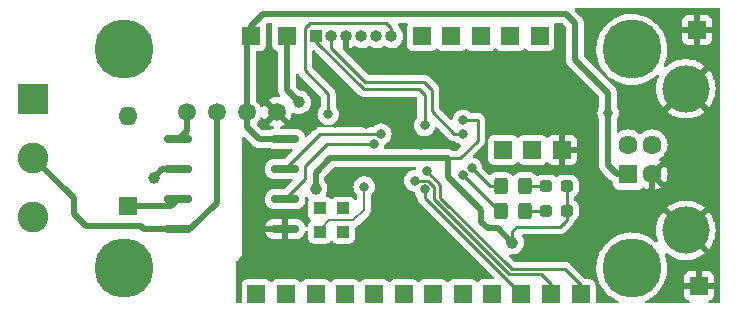
<source format=gbr>
G04 #@! TF.GenerationSoftware,KiCad,Pcbnew,6.0.5*
G04 #@! TF.CreationDate,2022-10-28T16:57:35+03:00*
G04 #@! TF.ProjectId,stm32,73746d33-322e-46b6-9963-61645f706362,rev?*
G04 #@! TF.SameCoordinates,Original*
G04 #@! TF.FileFunction,Copper,L2,Bot*
G04 #@! TF.FilePolarity,Positive*
%FSLAX46Y46*%
G04 Gerber Fmt 4.6, Leading zero omitted, Abs format (unit mm)*
G04 Created by KiCad (PCBNEW 6.0.5) date 2022-10-28 16:57:35*
%MOMM*%
%LPD*%
G01*
G04 APERTURE LIST*
G04 Aperture macros list*
%AMRoundRect*
0 Rectangle with rounded corners*
0 $1 Rounding radius*
0 $2 $3 $4 $5 $6 $7 $8 $9 X,Y pos of 4 corners*
0 Add a 4 corners polygon primitive as box body*
4,1,4,$2,$3,$4,$5,$6,$7,$8,$9,$2,$3,0*
0 Add four circle primitives for the rounded corners*
1,1,$1+$1,$2,$3*
1,1,$1+$1,$4,$5*
1,1,$1+$1,$6,$7*
1,1,$1+$1,$8,$9*
0 Add four rect primitives between the rounded corners*
20,1,$1+$1,$2,$3,$4,$5,0*
20,1,$1+$1,$4,$5,$6,$7,0*
20,1,$1+$1,$6,$7,$8,$9,0*
20,1,$1+$1,$8,$9,$2,$3,0*%
G04 Aperture macros list end*
G04 #@! TA.AperFunction,ComponentPad*
%ADD10R,1.500000X1.500000*%
G04 #@! TD*
G04 #@! TA.AperFunction,ComponentPad*
%ADD11C,5.000000*%
G04 #@! TD*
G04 #@! TA.AperFunction,SMDPad,CuDef*
%ADD12RoundRect,0.250000X-0.325000X-0.450000X0.325000X-0.450000X0.325000X0.450000X-0.325000X0.450000X0*%
G04 #@! TD*
G04 #@! TA.AperFunction,ComponentPad*
%ADD13R,2.600000X2.600000*%
G04 #@! TD*
G04 #@! TA.AperFunction,ComponentPad*
%ADD14C,2.600000*%
G04 #@! TD*
G04 #@! TA.AperFunction,ComponentPad*
%ADD15O,1.000000X1.000000*%
G04 #@! TD*
G04 #@! TA.AperFunction,ComponentPad*
%ADD16R,1.000000X1.000000*%
G04 #@! TD*
G04 #@! TA.AperFunction,SMDPad,CuDef*
%ADD17RoundRect,0.237500X-0.287500X-0.237500X0.287500X-0.237500X0.287500X0.237500X-0.287500X0.237500X0*%
G04 #@! TD*
G04 #@! TA.AperFunction,ComponentPad*
%ADD18R,1.600000X1.600000*%
G04 #@! TD*
G04 #@! TA.AperFunction,ComponentPad*
%ADD19O,1.600000X1.600000*%
G04 #@! TD*
G04 #@! TA.AperFunction,SMDPad,CuDef*
%ADD20RoundRect,0.162500X1.012500X0.162500X-1.012500X0.162500X-1.012500X-0.162500X1.012500X-0.162500X0*%
G04 #@! TD*
G04 #@! TA.AperFunction,ComponentPad*
%ADD21C,1.500000*%
G04 #@! TD*
G04 #@! TA.AperFunction,ComponentPad*
%ADD22C,4.000000*%
G04 #@! TD*
G04 #@! TA.AperFunction,ComponentPad*
%ADD23C,1.600000*%
G04 #@! TD*
G04 #@! TA.AperFunction,ViaPad*
%ADD24C,0.800000*%
G04 #@! TD*
G04 #@! TA.AperFunction,ViaPad*
%ADD25C,1.000000*%
G04 #@! TD*
G04 #@! TA.AperFunction,Conductor*
%ADD26C,0.200000*%
G04 #@! TD*
G04 #@! TA.AperFunction,Conductor*
%ADD27C,0.500000*%
G04 #@! TD*
G04 #@! TA.AperFunction,Conductor*
%ADD28C,0.250000*%
G04 #@! TD*
G04 APERTURE END LIST*
D10*
X111607600Y-62001400D03*
X85725000Y-74218800D03*
X113182400Y-74218800D03*
X110667800Y-74218800D03*
X108153200Y-74218800D03*
D11*
X74500000Y-53500000D03*
X117500000Y-53500000D03*
X117500000Y-72000000D03*
X74500000Y-72000000D03*
D12*
X106408000Y-67157600D03*
X108458000Y-67157600D03*
X106408000Y-65074800D03*
X108458000Y-65074800D03*
D13*
X66802000Y-57658000D03*
D14*
X66802000Y-62658000D03*
X66802000Y-67658000D03*
D15*
X97150400Y-52400200D03*
X95880400Y-52400200D03*
X94610400Y-52400200D03*
X93340400Y-52400200D03*
X92070400Y-52400200D03*
D16*
X90800400Y-52400200D03*
D17*
X110236000Y-67157600D03*
X111986000Y-67157600D03*
X110236000Y-65074800D03*
X111986000Y-65074800D03*
D18*
X74828400Y-66751200D03*
D19*
X74828400Y-59131200D03*
D20*
X88154500Y-61087000D03*
X88154500Y-63627000D03*
X88154500Y-66167000D03*
X88154500Y-68707000D03*
X79104500Y-68707000D03*
X79104500Y-66167000D03*
X79104500Y-63627000D03*
X79104500Y-61087000D03*
D21*
X87439500Y-58801000D03*
X84899500Y-58801000D03*
X82359500Y-58801000D03*
X79819500Y-58801000D03*
D22*
X122081000Y-56821500D03*
X122081000Y-68821500D03*
D23*
X119221000Y-64071500D03*
X119221000Y-61571500D03*
X117221000Y-61571500D03*
D18*
X117221000Y-64071500D03*
D10*
X103174800Y-74218800D03*
X85293200Y-52349400D03*
X99744000Y-52400200D03*
X102230400Y-52400200D03*
X109698000Y-52400200D03*
D16*
X93065600Y-66954400D03*
D10*
X100685600Y-74218800D03*
D16*
X91084400Y-66954400D03*
D10*
X93218000Y-74218800D03*
X98196400Y-74218800D03*
X109093000Y-62001400D03*
X123190000Y-73507600D03*
D16*
X93065600Y-68935600D03*
D10*
X90728800Y-74218800D03*
X104719600Y-52400200D03*
X106603800Y-62001400D03*
X88239600Y-74218800D03*
X95707200Y-74218800D03*
D16*
X91084400Y-68935600D03*
D10*
X105664000Y-74218800D03*
X107208800Y-52400200D03*
X88290400Y-52349400D03*
X123037600Y-51866800D03*
D24*
X115493800Y-58877200D03*
X100152200Y-63804800D03*
X99110800Y-64617600D03*
X99974400Y-65354200D03*
X97510600Y-55270400D03*
X99669600Y-61569600D03*
X90525600Y-59994800D03*
X109220000Y-58978800D03*
X104698800Y-57962800D03*
X88138000Y-70002400D03*
X100330000Y-70789800D03*
X94996000Y-59817000D03*
D25*
X107391200Y-69850000D03*
X89331800Y-57962800D03*
D24*
X103225600Y-59486800D03*
D25*
X90728800Y-65278000D03*
D24*
X91795600Y-58978800D03*
X103174800Y-64109600D03*
X103936800Y-63550800D03*
X95656400Y-61518800D03*
X96266000Y-60655200D03*
D25*
X77012800Y-64363600D03*
D24*
X103225600Y-60655200D03*
X99957486Y-59926180D03*
X94843600Y-65125600D03*
D26*
X92278200Y-59994800D02*
X90525600Y-59994800D01*
D27*
X84899500Y-58801000D02*
X84899500Y-52743100D01*
X84899500Y-52743100D02*
X85293200Y-52349400D01*
X88154500Y-61087000D02*
X85928200Y-61087000D01*
X85928200Y-61087000D02*
X84899500Y-60058300D01*
X84899500Y-60058300D02*
X84899500Y-58801000D01*
X115493800Y-63296800D02*
X115493800Y-58877200D01*
X115493800Y-58877200D02*
X115493800Y-57175400D01*
D28*
X101295200Y-66065400D02*
X101295200Y-64947800D01*
X101295200Y-64947800D02*
X100152200Y-63804800D01*
X107340400Y-72110600D02*
X101295200Y-66065400D01*
X113182400Y-74218800D02*
X113182400Y-73431400D01*
X113182400Y-73431400D02*
X111861600Y-72110600D01*
X111861600Y-72110600D02*
X107340400Y-72110600D01*
X110667800Y-74218800D02*
X110667800Y-73355200D01*
X110667800Y-73355200D02*
X109855000Y-72542400D01*
X99110800Y-64617600D02*
X100228400Y-64617600D01*
X100228400Y-64617600D02*
X100736400Y-65125600D01*
X100736400Y-65125600D02*
X100736400Y-66192400D01*
X100736400Y-66192400D02*
X107086400Y-72542400D01*
X107086400Y-72542400D02*
X109855000Y-72542400D01*
X108153200Y-74218800D02*
X99974400Y-66040000D01*
X99974400Y-66040000D02*
X99974400Y-65354200D01*
X104444800Y-61214000D02*
X102946200Y-62712600D01*
X102946200Y-62712600D02*
X101955600Y-62712600D01*
D27*
X104724200Y-67106800D02*
X102336600Y-64719200D01*
X101955600Y-62712600D02*
X101955600Y-64338200D01*
X101955600Y-64338200D02*
X102336600Y-64719200D01*
X90728800Y-63957200D02*
X91973400Y-62712600D01*
X90728800Y-65278000D02*
X90728800Y-63957200D01*
X91973400Y-62712600D02*
X101955600Y-62712600D01*
D28*
X100330000Y-70789800D02*
X98983800Y-72136000D01*
X98983800Y-72136000D02*
X89255600Y-72136000D01*
X88138000Y-71018400D02*
X88138000Y-70002400D01*
X89255600Y-72136000D02*
X88138000Y-71018400D01*
X95656400Y-61518800D02*
X91668600Y-61518800D01*
X91668600Y-61518800D02*
X89839800Y-63347600D01*
X89839800Y-63347600D02*
X89839800Y-64481700D01*
X89839800Y-64481700D02*
X88154500Y-66167000D01*
X96266000Y-60655200D02*
X91126300Y-60655200D01*
X91126300Y-60655200D02*
X88154500Y-63627000D01*
X92070400Y-52400200D02*
X92070400Y-53411600D01*
X92070400Y-53411600D02*
X94919800Y-56261000D01*
X94919800Y-56261000D02*
X99898200Y-56261000D01*
X99898200Y-56261000D02*
X100584000Y-56946800D01*
X100584000Y-56946800D02*
X100584000Y-58750200D01*
X100584000Y-58750200D02*
X102489000Y-60655200D01*
X102489000Y-60655200D02*
X103225600Y-60655200D01*
X90800400Y-52400200D02*
X90800400Y-52852800D01*
X90800400Y-52852800D02*
X94818200Y-56870600D01*
X99483372Y-56870600D02*
X95834200Y-56870600D01*
X94818200Y-56870600D02*
X95834200Y-56870600D01*
X91795600Y-58978800D02*
X91795600Y-57251600D01*
X91795600Y-57251600D02*
X89814400Y-55270400D01*
X89814400Y-55270400D02*
X89814400Y-51663600D01*
X89814400Y-51663600D02*
X90220800Y-51257200D01*
X90220800Y-51257200D02*
X96723200Y-51257200D01*
X96723200Y-51257200D02*
X97150400Y-51684400D01*
X97150400Y-51684400D02*
X97150400Y-52400200D01*
X97510600Y-55270400D02*
X100330000Y-55270400D01*
X100330000Y-55270400D02*
X100533200Y-55473600D01*
D27*
X88290400Y-52349400D02*
X88290400Y-56921400D01*
X88290400Y-56921400D02*
X89331800Y-57962800D01*
X85293200Y-52349400D02*
X85293200Y-51536600D01*
X85293200Y-51536600D02*
X86309200Y-50520600D01*
X117221000Y-64071500D02*
X116268500Y-64071500D01*
X116268500Y-64071500D02*
X115493800Y-63296800D01*
X112674400Y-51257200D02*
X111937800Y-50520600D01*
X111937800Y-50520600D02*
X86309200Y-50520600D01*
X115493800Y-57175400D02*
X112674400Y-54356000D01*
X112674400Y-54356000D02*
X112674400Y-51257200D01*
X118237000Y-66319400D02*
X115671600Y-66319400D01*
X119221000Y-64071500D02*
X119221000Y-65335400D01*
X115671600Y-66319400D02*
X113157000Y-63804800D01*
X119221000Y-65335400D02*
X118237000Y-66319400D01*
X109220000Y-58978800D02*
X113157000Y-58978800D01*
X113157000Y-63804800D02*
X113157000Y-58978800D01*
D28*
X99957486Y-59926180D02*
X99957486Y-57344714D01*
X99957486Y-57344714D02*
X99483372Y-56870600D01*
D27*
X103022400Y-57962800D02*
X100533200Y-55473600D01*
X109220000Y-58978800D02*
X107238800Y-58978800D01*
D26*
X90525600Y-59994800D02*
X88633300Y-59994800D01*
X88633300Y-59994800D02*
X87439500Y-58801000D01*
D28*
X94996000Y-59817000D02*
X95808800Y-59029600D01*
X95808800Y-59029600D02*
X97688400Y-59029600D01*
X98094800Y-59436000D02*
X98094800Y-59994800D01*
X97688400Y-59029600D02*
X98094800Y-59436000D01*
D27*
X104698800Y-57962800D02*
X103022400Y-57962800D01*
X107238800Y-58978800D02*
X106629200Y-58978800D01*
D28*
X92456000Y-59817000D02*
X92278200Y-59994800D01*
X94996000Y-59817000D02*
X92456000Y-59817000D01*
D27*
X104698800Y-57962800D02*
X105613200Y-57962800D01*
X105613200Y-57962800D02*
X106629200Y-58978800D01*
X88154500Y-69985900D02*
X88138000Y-70002400D01*
D28*
X98094800Y-59994800D02*
X99669600Y-61569600D01*
D27*
X88154500Y-68707000D02*
X88154500Y-69985900D01*
X104724200Y-68072000D02*
X104724200Y-67106800D01*
D28*
X107391200Y-69850000D02*
X107391200Y-68884800D01*
X111986000Y-65074800D02*
X111986000Y-67157600D01*
X104444800Y-59486800D02*
X103225600Y-59486800D01*
D27*
X106197400Y-68656200D02*
X105308400Y-68656200D01*
X105308400Y-68656200D02*
X104724200Y-68072000D01*
D28*
X104444800Y-59486800D02*
X104444800Y-61214000D01*
X111986000Y-67157600D02*
X111986000Y-67947600D01*
X107772200Y-68503800D02*
X111429800Y-68503800D01*
D27*
X107391200Y-69850000D02*
X106197400Y-68656200D01*
D28*
X111986000Y-67947600D02*
X111429800Y-68503800D01*
X107391200Y-68884800D02*
X107772200Y-68503800D01*
X110236000Y-67157600D02*
X108458000Y-67157600D01*
X106222800Y-67157600D02*
X106408000Y-67157600D01*
X103174800Y-64109600D02*
X106222800Y-67157600D01*
X105460800Y-65074800D02*
X103936800Y-63550800D01*
X106408000Y-65074800D02*
X105460800Y-65074800D01*
D27*
X78520300Y-66751200D02*
X79104500Y-66167000D01*
X74828400Y-66751200D02*
X78520300Y-66751200D01*
X79104500Y-63627000D02*
X77749400Y-63627000D01*
X77749400Y-63627000D02*
X77012800Y-64363600D01*
D28*
X108458000Y-65074800D02*
X110236000Y-65074800D01*
D27*
X79819500Y-60372000D02*
X79104500Y-61087000D01*
X79819500Y-58801000D02*
X79819500Y-60372000D01*
X75946000Y-68427600D02*
X71272400Y-68427600D01*
X79104500Y-68707000D02*
X80137000Y-68707000D01*
X82359500Y-66484500D02*
X82359500Y-58801000D01*
X70256400Y-66112400D02*
X66802000Y-62658000D01*
X80137000Y-68707000D02*
X82359500Y-66484500D01*
X76225400Y-68707000D02*
X75946000Y-68427600D01*
X71272400Y-68427600D02*
X70256400Y-67411600D01*
X79104500Y-68707000D02*
X76225400Y-68707000D01*
X70256400Y-67411600D02*
X70256400Y-66112400D01*
D26*
X91084400Y-68783200D02*
X91084400Y-68935600D01*
X94843600Y-65125600D02*
X94843600Y-67056000D01*
X93929200Y-67970400D02*
X91897200Y-67970400D01*
X94843600Y-67056000D02*
X93929200Y-67970400D01*
X91897200Y-67970400D02*
X91084400Y-68783200D01*
G04 #@! TA.AperFunction,Conductor*
G36*
X124941621Y-50020502D02*
G01*
X124988114Y-50074158D01*
X124999500Y-50126500D01*
X124999500Y-74873500D01*
X124979498Y-74941621D01*
X124925842Y-74988114D01*
X124873500Y-74999500D01*
X124103330Y-74999500D01*
X124035209Y-74979498D01*
X123988716Y-74925842D01*
X123978612Y-74855568D01*
X124008106Y-74790988D01*
X124059100Y-74755518D01*
X124178054Y-74710924D01*
X124193649Y-74702386D01*
X124295724Y-74625885D01*
X124308285Y-74613324D01*
X124384786Y-74511249D01*
X124393324Y-74495654D01*
X124438478Y-74375206D01*
X124442105Y-74359951D01*
X124447631Y-74309086D01*
X124448000Y-74302272D01*
X124448000Y-73779715D01*
X124443525Y-73764476D01*
X124442135Y-73763271D01*
X124434452Y-73761600D01*
X121950116Y-73761600D01*
X121934877Y-73766075D01*
X121933672Y-73767465D01*
X121932001Y-73775148D01*
X121932001Y-74302269D01*
X121932371Y-74309090D01*
X121937895Y-74359952D01*
X121941521Y-74375204D01*
X121986676Y-74495654D01*
X121995214Y-74511249D01*
X122071715Y-74613324D01*
X122084276Y-74625885D01*
X122186351Y-74702386D01*
X122201946Y-74710924D01*
X122320900Y-74755518D01*
X122377664Y-74798160D01*
X122402364Y-74864721D01*
X122387157Y-74934070D01*
X122336871Y-74984188D01*
X122276670Y-74999500D01*
X118732609Y-74999500D01*
X118664488Y-74979498D01*
X118617995Y-74925842D01*
X118607891Y-74855568D01*
X118637385Y-74790988D01*
X118681962Y-74758128D01*
X118864507Y-74677996D01*
X119108225Y-74535579D01*
X119160125Y-74505251D01*
X119160127Y-74505250D01*
X119163265Y-74503416D01*
X119334025Y-74375206D01*
X119437071Y-74297837D01*
X119437075Y-74297834D01*
X119439978Y-74295654D01*
X119690977Y-74057465D01*
X119912936Y-73792005D01*
X119931811Y-73763271D01*
X120100926Y-73505818D01*
X120100931Y-73505809D01*
X120102913Y-73502792D01*
X120227856Y-73254372D01*
X120237355Y-73235485D01*
X121932000Y-73235485D01*
X121936475Y-73250724D01*
X121937865Y-73251929D01*
X121945548Y-73253600D01*
X122917885Y-73253600D01*
X122933124Y-73249125D01*
X122934329Y-73247735D01*
X122936000Y-73240052D01*
X122936000Y-73235485D01*
X123444000Y-73235485D01*
X123448475Y-73250724D01*
X123449865Y-73251929D01*
X123457548Y-73253600D01*
X124429884Y-73253600D01*
X124445123Y-73249125D01*
X124446328Y-73247735D01*
X124447999Y-73240052D01*
X124447999Y-72712931D01*
X124447629Y-72706110D01*
X124442105Y-72655248D01*
X124438479Y-72639996D01*
X124393324Y-72519546D01*
X124384786Y-72503951D01*
X124308285Y-72401876D01*
X124295724Y-72389315D01*
X124193649Y-72312814D01*
X124178054Y-72304276D01*
X124057606Y-72259122D01*
X124042351Y-72255495D01*
X123991486Y-72249969D01*
X123984672Y-72249600D01*
X123462115Y-72249600D01*
X123446876Y-72254075D01*
X123445671Y-72255465D01*
X123444000Y-72263148D01*
X123444000Y-73235485D01*
X122936000Y-73235485D01*
X122936000Y-72267716D01*
X122931525Y-72252477D01*
X122930135Y-72251272D01*
X122922452Y-72249601D01*
X122395331Y-72249601D01*
X122388510Y-72249971D01*
X122337648Y-72255495D01*
X122322396Y-72259121D01*
X122201946Y-72304276D01*
X122186351Y-72312814D01*
X122084276Y-72389315D01*
X122071715Y-72401876D01*
X121995214Y-72503951D01*
X121986676Y-72519546D01*
X121941522Y-72639994D01*
X121937895Y-72655249D01*
X121932369Y-72706114D01*
X121932000Y-72712928D01*
X121932000Y-73235485D01*
X120237355Y-73235485D01*
X120256763Y-73196898D01*
X120256766Y-73196890D01*
X120258390Y-73193662D01*
X120259723Y-73190019D01*
X120376057Y-72872122D01*
X120376060Y-72872112D01*
X120377305Y-72868710D01*
X120378150Y-72865188D01*
X120378153Y-72865180D01*
X120457237Y-72535772D01*
X120457238Y-72535768D01*
X120458084Y-72532243D01*
X120458521Y-72528633D01*
X120499318Y-72191501D01*
X120499318Y-72191495D01*
X120499654Y-72188722D01*
X120505585Y-72000000D01*
X120500351Y-71909223D01*
X120485875Y-71658167D01*
X120485874Y-71658162D01*
X120485666Y-71654547D01*
X120485043Y-71650977D01*
X120426798Y-71317245D01*
X120426796Y-71317238D01*
X120426174Y-71313672D01*
X120405019Y-71242252D01*
X120385814Y-71177418D01*
X120327897Y-70981894D01*
X120326476Y-70978562D01*
X120326470Y-70978546D01*
X120300297Y-70917186D01*
X120291968Y-70846679D01*
X120323081Y-70782863D01*
X120383756Y-70745998D01*
X120454730Y-70747789D01*
X120490255Y-70765815D01*
X120731281Y-70940930D01*
X120737961Y-70945170D01*
X121007572Y-71093390D01*
X121014707Y-71096747D01*
X121300770Y-71210008D01*
X121308296Y-71212453D01*
X121606279Y-71288962D01*
X121614050Y-71290445D01*
X121919278Y-71329003D01*
X121927169Y-71329500D01*
X122234831Y-71329500D01*
X122242722Y-71329003D01*
X122547950Y-71290445D01*
X122555721Y-71288962D01*
X122853704Y-71212453D01*
X122861230Y-71210008D01*
X123147293Y-71096747D01*
X123154428Y-71093390D01*
X123424039Y-70945170D01*
X123430719Y-70940930D01*
X123653823Y-70778836D01*
X123662246Y-70767913D01*
X123655342Y-70755052D01*
X121722922Y-68822632D01*
X122445408Y-68822632D01*
X122445539Y-68824465D01*
X122449790Y-68831080D01*
X124012145Y-70393435D01*
X124025407Y-70400677D01*
X124035512Y-70393488D01*
X124111505Y-70301629D01*
X124116149Y-70295236D01*
X124280999Y-70035474D01*
X124284811Y-70028541D01*
X124415801Y-69750172D01*
X124418716Y-69742809D01*
X124513783Y-69450223D01*
X124515754Y-69442546D01*
X124573400Y-69140355D01*
X124574393Y-69132494D01*
X124593710Y-68825458D01*
X124593710Y-68817542D01*
X124574393Y-68510506D01*
X124573400Y-68502645D01*
X124515754Y-68200454D01*
X124513783Y-68192776D01*
X124418716Y-67900191D01*
X124415801Y-67892828D01*
X124284811Y-67614459D01*
X124280999Y-67607526D01*
X124116149Y-67347764D01*
X124111505Y-67341371D01*
X124036503Y-67250710D01*
X124023986Y-67242255D01*
X124013248Y-67248462D01*
X122453022Y-68808688D01*
X122445408Y-68822632D01*
X121722922Y-68822632D01*
X120149855Y-67249565D01*
X120136593Y-67242323D01*
X120126488Y-67249512D01*
X120050495Y-67341371D01*
X120045851Y-67347764D01*
X119881001Y-67607526D01*
X119877189Y-67614459D01*
X119746199Y-67892828D01*
X119743284Y-67900191D01*
X119648217Y-68192776D01*
X119646246Y-68200454D01*
X119588600Y-68502645D01*
X119587607Y-68510506D01*
X119568290Y-68817542D01*
X119568290Y-68825458D01*
X119587607Y-69132494D01*
X119588600Y-69140355D01*
X119646246Y-69442546D01*
X119648217Y-69450223D01*
X119707352Y-69632222D01*
X119709380Y-69703189D01*
X119672717Y-69763987D01*
X119609005Y-69795313D01*
X119538471Y-69787220D01*
X119505689Y-69766969D01*
X119505041Y-69766415D01*
X119317174Y-69605962D01*
X119029967Y-69412967D01*
X119014435Y-69404950D01*
X118725702Y-69255923D01*
X118722482Y-69254261D01*
X118398793Y-69131950D01*
X118063190Y-69047652D01*
X117907673Y-69027178D01*
X117723728Y-69002961D01*
X117723720Y-69002960D01*
X117720124Y-69002487D01*
X117568991Y-69000112D01*
X117377780Y-68997108D01*
X117377776Y-68997108D01*
X117374139Y-68997051D01*
X117370524Y-68997412D01*
X117370520Y-68997412D01*
X117202646Y-69014169D01*
X117029823Y-69031419D01*
X117026286Y-69032190D01*
X117026281Y-69032191D01*
X116695283Y-69104360D01*
X116695278Y-69104361D01*
X116691739Y-69105133D01*
X116364367Y-69217217D01*
X116052048Y-69366186D01*
X115758921Y-69550064D01*
X115756087Y-69552334D01*
X115756082Y-69552338D01*
X115598702Y-69678424D01*
X115488871Y-69766415D01*
X115409625Y-69846495D01*
X115320954Y-69936100D01*
X115245477Y-70012371D01*
X115243236Y-70015229D01*
X115047962Y-70264272D01*
X115031966Y-70284672D01*
X114851168Y-70579709D01*
X114849641Y-70582999D01*
X114849636Y-70583008D01*
X114753216Y-70790728D01*
X114705478Y-70893570D01*
X114704338Y-70897017D01*
X114637656Y-71098646D01*
X114596828Y-71222097D01*
X114596092Y-71225652D01*
X114596091Y-71225655D01*
X114529283Y-71548259D01*
X114526658Y-71560935D01*
X114495898Y-71905592D01*
X114504956Y-72251501D01*
X114553712Y-72594076D01*
X114641519Y-72928777D01*
X114767214Y-73251167D01*
X114929130Y-73556974D01*
X114931180Y-73559957D01*
X114931182Y-73559960D01*
X115123065Y-73839152D01*
X115123071Y-73839159D01*
X115125122Y-73842144D01*
X115352592Y-74102898D01*
X115608524Y-74335778D01*
X115611472Y-74337896D01*
X115611474Y-74337898D01*
X115663391Y-74375204D01*
X115889527Y-74537699D01*
X116191876Y-74705985D01*
X116195225Y-74707372D01*
X116315257Y-74757091D01*
X116370538Y-74801639D01*
X116392959Y-74869003D01*
X116375401Y-74937794D01*
X116323439Y-74986172D01*
X116267039Y-74999500D01*
X114558900Y-74999500D01*
X114490779Y-74979498D01*
X114444286Y-74925842D01*
X114432900Y-74873500D01*
X114432899Y-73424842D01*
X114432899Y-73421424D01*
X114426251Y-73360220D01*
X114375926Y-73225976D01*
X114370546Y-73218797D01*
X114370544Y-73218794D01*
X114295328Y-73118435D01*
X114295327Y-73118434D01*
X114289946Y-73111254D01*
X114282765Y-73105872D01*
X114182406Y-73030656D01*
X114182403Y-73030654D01*
X114175224Y-73025274D01*
X114085839Y-72991766D01*
X114048375Y-72977721D01*
X114048373Y-72977721D01*
X114040980Y-72974949D01*
X114033130Y-72974096D01*
X114033129Y-72974096D01*
X113983174Y-72968669D01*
X113983173Y-72968669D01*
X113979777Y-72968300D01*
X113656081Y-72968300D01*
X113587960Y-72948298D01*
X113566986Y-72931395D01*
X112358842Y-71723251D01*
X112351453Y-71715131D01*
X112347386Y-71708723D01*
X112298393Y-71662715D01*
X112295551Y-71659960D01*
X112276071Y-71640480D01*
X112272941Y-71638052D01*
X112272859Y-71637980D01*
X112263951Y-71630371D01*
X112232182Y-71600538D01*
X112214767Y-71590964D01*
X112198238Y-71580107D01*
X112188800Y-71572786D01*
X112182536Y-71567927D01*
X112142542Y-71550620D01*
X112131882Y-71545398D01*
X112126641Y-71542517D01*
X112093692Y-71524403D01*
X112074436Y-71519459D01*
X112055747Y-71513060D01*
X112037496Y-71505162D01*
X111994441Y-71498343D01*
X111982837Y-71495940D01*
X111940619Y-71485100D01*
X111920744Y-71485100D01*
X111901034Y-71483549D01*
X111889233Y-71481680D01*
X111881404Y-71480440D01*
X111873512Y-71481186D01*
X111838021Y-71484541D01*
X111826163Y-71485100D01*
X107651680Y-71485100D01*
X107583559Y-71465098D01*
X107562585Y-71448195D01*
X107172562Y-71058172D01*
X107138536Y-70995860D01*
X107143601Y-70925045D01*
X107186148Y-70868209D01*
X107252668Y-70843398D01*
X107276572Y-70843963D01*
X107370146Y-70855121D01*
X107376281Y-70854649D01*
X107376283Y-70854649D01*
X107559634Y-70840541D01*
X107559638Y-70840540D01*
X107565776Y-70840068D01*
X107754756Y-70787303D01*
X107929889Y-70698837D01*
X107959715Y-70675535D01*
X108079653Y-70581829D01*
X108084503Y-70578040D01*
X108093958Y-70567087D01*
X108208685Y-70434173D01*
X108208685Y-70434172D01*
X108212709Y-70429511D01*
X108309625Y-70258909D01*
X108371558Y-70072732D01*
X108396149Y-69878071D01*
X108396541Y-69850000D01*
X108377394Y-69654728D01*
X108375613Y-69648829D01*
X108375612Y-69648824D01*
X108322465Y-69472793D01*
X108320684Y-69466894D01*
X108293084Y-69414986D01*
X108239630Y-69314453D01*
X108225310Y-69244916D01*
X108250858Y-69178675D01*
X108308163Y-69136763D01*
X108350881Y-69129300D01*
X111352097Y-69129300D01*
X111363057Y-69129817D01*
X111370467Y-69131473D01*
X111378393Y-69131224D01*
X111378394Y-69131224D01*
X111437641Y-69129362D01*
X111441599Y-69129300D01*
X111469150Y-69129300D01*
X111473073Y-69128804D01*
X111473188Y-69128797D01*
X111484868Y-69127877D01*
X111528427Y-69126509D01*
X111547516Y-69120963D01*
X111566862Y-69116956D01*
X111586592Y-69114464D01*
X111627123Y-69098416D01*
X111638324Y-69094581D01*
X111680190Y-69082418D01*
X111697299Y-69072300D01*
X111715045Y-69063605D01*
X111733532Y-69056286D01*
X111768791Y-69030669D01*
X111778710Y-69024154D01*
X111809390Y-69006010D01*
X111809394Y-69006007D01*
X111816220Y-69001970D01*
X111830270Y-68987920D01*
X111845304Y-68975079D01*
X111854973Y-68968054D01*
X111861387Y-68963394D01*
X111889170Y-68929810D01*
X111897159Y-68921031D01*
X112373346Y-68444844D01*
X112381467Y-68437454D01*
X112387877Y-68433386D01*
X112396517Y-68424186D01*
X112433901Y-68384376D01*
X112436656Y-68381534D01*
X112456120Y-68362070D01*
X112458548Y-68358940D01*
X112458638Y-68358838D01*
X112466226Y-68349954D01*
X112483406Y-68331659D01*
X112496062Y-68318182D01*
X112505638Y-68300763D01*
X112516493Y-68284239D01*
X112523816Y-68274799D01*
X112523817Y-68274798D01*
X112528674Y-68268536D01*
X112545991Y-68228520D01*
X112551206Y-68217875D01*
X112568376Y-68186643D01*
X112568377Y-68186641D01*
X112572197Y-68179692D01*
X112577140Y-68160441D01*
X112583544Y-68141737D01*
X112588289Y-68130772D01*
X112588289Y-68130771D01*
X112591438Y-68123495D01*
X112592678Y-68115665D01*
X112594890Y-68108052D01*
X112596511Y-68108523D01*
X112622872Y-68052924D01*
X112650600Y-68029650D01*
X112728802Y-67981257D01*
X112728809Y-67981251D01*
X112735028Y-67977403D01*
X112856608Y-67855611D01*
X112861080Y-67848357D01*
X112887950Y-67804765D01*
X112946908Y-67709116D01*
X112950853Y-67697224D01*
X112998922Y-67552300D01*
X113001086Y-67545776D01*
X113004312Y-67514297D01*
X113008057Y-67477736D01*
X113011500Y-67444135D01*
X113011499Y-66875087D01*
X120499754Y-66875087D01*
X120506658Y-66887948D01*
X122068188Y-68449478D01*
X122082132Y-68457092D01*
X122083965Y-68456961D01*
X122090580Y-68452710D01*
X123655666Y-66887624D01*
X123662279Y-66875513D01*
X123653452Y-66863895D01*
X123430719Y-66702070D01*
X123424039Y-66697830D01*
X123154428Y-66549610D01*
X123147293Y-66546253D01*
X122861230Y-66432992D01*
X122853704Y-66430547D01*
X122555721Y-66354038D01*
X122547950Y-66352555D01*
X122242722Y-66313997D01*
X122234831Y-66313500D01*
X121927169Y-66313500D01*
X121919278Y-66313997D01*
X121614050Y-66352555D01*
X121606279Y-66354038D01*
X121308296Y-66430547D01*
X121300770Y-66432992D01*
X121014707Y-66546253D01*
X121007572Y-66549610D01*
X120737961Y-66697830D01*
X120731281Y-66702070D01*
X120508177Y-66864164D01*
X120499754Y-66875087D01*
X113011499Y-66875087D01*
X113011499Y-66871066D01*
X113009840Y-66855070D01*
X113001533Y-66775012D01*
X113000822Y-66768155D01*
X112946359Y-66604910D01*
X112855803Y-66458572D01*
X112734011Y-66336992D01*
X112671383Y-66298388D01*
X112623891Y-66245617D01*
X112611500Y-66191129D01*
X112611500Y-66041248D01*
X112631502Y-65973127D01*
X112671197Y-65934104D01*
X112728802Y-65898457D01*
X112728809Y-65898451D01*
X112735028Y-65894603D01*
X112856608Y-65772811D01*
X112861080Y-65765557D01*
X112913166Y-65681056D01*
X112946908Y-65626316D01*
X113001086Y-65462976D01*
X113011500Y-65361335D01*
X113011499Y-64788266D01*
X113011027Y-64783711D01*
X113003198Y-64708261D01*
X113000822Y-64685355D01*
X112946359Y-64522110D01*
X112855803Y-64375772D01*
X112734011Y-64254192D01*
X112587516Y-64163892D01*
X112562080Y-64155455D01*
X112430700Y-64111878D01*
X112430701Y-64111878D01*
X112424176Y-64109714D01*
X112417343Y-64109014D01*
X112417339Y-64109013D01*
X112363069Y-64103453D01*
X112322535Y-64099300D01*
X111988596Y-64099300D01*
X111649466Y-64099301D01*
X111646222Y-64099638D01*
X111646214Y-64099638D01*
X111600858Y-64104344D01*
X111546555Y-64109978D01*
X111383310Y-64164441D01*
X111236972Y-64254997D01*
X111231803Y-64260175D01*
X111200132Y-64291901D01*
X111137849Y-64325980D01*
X111067029Y-64320977D01*
X111021941Y-64292056D01*
X110992918Y-64263083D01*
X110984011Y-64254192D01*
X110837516Y-64163892D01*
X110812080Y-64155455D01*
X110680700Y-64111878D01*
X110680701Y-64111878D01*
X110674176Y-64109714D01*
X110667343Y-64109014D01*
X110667339Y-64109013D01*
X110613069Y-64103453D01*
X110572535Y-64099300D01*
X110238596Y-64099300D01*
X109899466Y-64099301D01*
X109896222Y-64099638D01*
X109896214Y-64099638D01*
X109850858Y-64104344D01*
X109796555Y-64109978D01*
X109633310Y-64164441D01*
X109561567Y-64208837D01*
X109557811Y-64211161D01*
X109489359Y-64229998D01*
X109421589Y-64208837D01*
X109384365Y-64170320D01*
X109375166Y-64155455D01*
X109251311Y-64031816D01*
X109102334Y-63939986D01*
X108995488Y-63904546D01*
X108942759Y-63887056D01*
X108942757Y-63887055D01*
X108936228Y-63884890D01*
X108832866Y-63874300D01*
X108083134Y-63874300D01*
X108079888Y-63874637D01*
X108079884Y-63874637D01*
X107985339Y-63884447D01*
X107985335Y-63884448D01*
X107978481Y-63885159D01*
X107971945Y-63887340D01*
X107971943Y-63887340D01*
X107900396Y-63911210D01*
X107812471Y-63940544D01*
X107663655Y-64032634D01*
X107540016Y-64156489D01*
X107536175Y-64162721D01*
X107531812Y-64168245D01*
X107473895Y-64209308D01*
X107402972Y-64212540D01*
X107341561Y-64176915D01*
X107333979Y-64167085D01*
X107333563Y-64167415D01*
X107329018Y-64161680D01*
X107325166Y-64155455D01*
X107201311Y-64031816D01*
X107052334Y-63939986D01*
X106945488Y-63904546D01*
X106892759Y-63887056D01*
X106892757Y-63887055D01*
X106886228Y-63884890D01*
X106782866Y-63874300D01*
X106033134Y-63874300D01*
X106029888Y-63874637D01*
X106029884Y-63874637D01*
X105935339Y-63884447D01*
X105935335Y-63884448D01*
X105928481Y-63885159D01*
X105921945Y-63887340D01*
X105921943Y-63887340D01*
X105850396Y-63911210D01*
X105762471Y-63940544D01*
X105613655Y-64032634D01*
X105608482Y-64037816D01*
X105547670Y-64098734D01*
X105485387Y-64132813D01*
X105414567Y-64127810D01*
X105369402Y-64098811D01*
X104876262Y-63605671D01*
X104842236Y-63543359D01*
X104840047Y-63529746D01*
X104823164Y-63369107D01*
X104823164Y-63369105D01*
X104822474Y-63362544D01*
X104763979Y-63182516D01*
X104721504Y-63108946D01*
X104672636Y-63024305D01*
X104669333Y-63018584D01*
X104657146Y-63005049D01*
X104547086Y-62882815D01*
X104547084Y-62882814D01*
X104542671Y-62877912D01*
X104437865Y-62801766D01*
X104394872Y-62770530D01*
X104394871Y-62770529D01*
X104389530Y-62766649D01*
X104216603Y-62689656D01*
X104210145Y-62688283D01*
X104210141Y-62688282D01*
X104144336Y-62674295D01*
X104081862Y-62640566D01*
X104047541Y-62578417D01*
X104052269Y-62507578D01*
X104081438Y-62461952D01*
X104415796Y-62127595D01*
X104832155Y-61711236D01*
X104840270Y-61703852D01*
X104846677Y-61699786D01*
X104892685Y-61650793D01*
X104895440Y-61647951D01*
X104914920Y-61628471D01*
X104917348Y-61625341D01*
X104917420Y-61625259D01*
X104925029Y-61616351D01*
X104954862Y-61584582D01*
X104964436Y-61567167D01*
X104975293Y-61550638D01*
X104982614Y-61541200D01*
X104987473Y-61534936D01*
X105004779Y-61494943D01*
X105010000Y-61484287D01*
X105027176Y-61453045D01*
X105027180Y-61453036D01*
X105030997Y-61446092D01*
X105033725Y-61435470D01*
X105035940Y-61426840D01*
X105042344Y-61408136D01*
X105047087Y-61397175D01*
X105050237Y-61389896D01*
X105057054Y-61346852D01*
X105059462Y-61335229D01*
X105068329Y-61300696D01*
X105068329Y-61300695D01*
X105070300Y-61293019D01*
X105070300Y-61273144D01*
X105071851Y-61253433D01*
X105071961Y-61252742D01*
X105074960Y-61233804D01*
X105072145Y-61204023D01*
X105353300Y-61204023D01*
X105353301Y-62798776D01*
X105353670Y-62802170D01*
X105353670Y-62802176D01*
X105355426Y-62818337D01*
X105359949Y-62859980D01*
X105410274Y-62994224D01*
X105415654Y-63001403D01*
X105415656Y-63001406D01*
X105490872Y-63101765D01*
X105496254Y-63108946D01*
X105503435Y-63114328D01*
X105603794Y-63189544D01*
X105603797Y-63189546D01*
X105610976Y-63194926D01*
X105688863Y-63224124D01*
X105737825Y-63242479D01*
X105737827Y-63242479D01*
X105745220Y-63245251D01*
X105753070Y-63246104D01*
X105753071Y-63246104D01*
X105787820Y-63249879D01*
X105806423Y-63251900D01*
X106603683Y-63251900D01*
X107401176Y-63251899D01*
X107404570Y-63251530D01*
X107404576Y-63251530D01*
X107454522Y-63246105D01*
X107454526Y-63246104D01*
X107462380Y-63245251D01*
X107596624Y-63194926D01*
X107603803Y-63189546D01*
X107603806Y-63189544D01*
X107704165Y-63114328D01*
X107711346Y-63108946D01*
X107747575Y-63060606D01*
X107804433Y-63018092D01*
X107875252Y-63013066D01*
X107937545Y-63047126D01*
X107949224Y-63060604D01*
X107985454Y-63108946D01*
X107992635Y-63114328D01*
X108092994Y-63189544D01*
X108092997Y-63189546D01*
X108100176Y-63194926D01*
X108178063Y-63224124D01*
X108227025Y-63242479D01*
X108227027Y-63242479D01*
X108234420Y-63245251D01*
X108242270Y-63246104D01*
X108242271Y-63246104D01*
X108277020Y-63249879D01*
X108295623Y-63251900D01*
X109092883Y-63251900D01*
X109890376Y-63251899D01*
X109893770Y-63251530D01*
X109893776Y-63251530D01*
X109943722Y-63246105D01*
X109943726Y-63246104D01*
X109951580Y-63245251D01*
X110085824Y-63194926D01*
X110093003Y-63189546D01*
X110093006Y-63189544D01*
X110193365Y-63114328D01*
X110200546Y-63108946D01*
X110244788Y-63049914D01*
X110301646Y-63007400D01*
X110372464Y-63002374D01*
X110434758Y-63036434D01*
X110446439Y-63049915D01*
X110489315Y-63107124D01*
X110501876Y-63119685D01*
X110603951Y-63196186D01*
X110619546Y-63204724D01*
X110739994Y-63249878D01*
X110755249Y-63253505D01*
X110806114Y-63259031D01*
X110812928Y-63259400D01*
X111335485Y-63259400D01*
X111350724Y-63254925D01*
X111351929Y-63253535D01*
X111353600Y-63245852D01*
X111353600Y-63241284D01*
X111861600Y-63241284D01*
X111866075Y-63256523D01*
X111867465Y-63257728D01*
X111875148Y-63259399D01*
X112402269Y-63259399D01*
X112409090Y-63259029D01*
X112459952Y-63253505D01*
X112475204Y-63249879D01*
X112595654Y-63204724D01*
X112611249Y-63196186D01*
X112713324Y-63119685D01*
X112725885Y-63107124D01*
X112802386Y-63005049D01*
X112810924Y-62989454D01*
X112856078Y-62869006D01*
X112859705Y-62853751D01*
X112865231Y-62802886D01*
X112865600Y-62796072D01*
X112865600Y-62273515D01*
X112861125Y-62258276D01*
X112859735Y-62257071D01*
X112852052Y-62255400D01*
X111879715Y-62255400D01*
X111864476Y-62259875D01*
X111863271Y-62261265D01*
X111861600Y-62268948D01*
X111861600Y-63241284D01*
X111353600Y-63241284D01*
X111353600Y-61729285D01*
X111861600Y-61729285D01*
X111866075Y-61744524D01*
X111867465Y-61745729D01*
X111875148Y-61747400D01*
X112847484Y-61747400D01*
X112862723Y-61742925D01*
X112863928Y-61741535D01*
X112865599Y-61733852D01*
X112865599Y-61206731D01*
X112865229Y-61199910D01*
X112859705Y-61149048D01*
X112856079Y-61133796D01*
X112810924Y-61013346D01*
X112802386Y-60997751D01*
X112725885Y-60895676D01*
X112713324Y-60883115D01*
X112611249Y-60806614D01*
X112595654Y-60798076D01*
X112475206Y-60752922D01*
X112459951Y-60749295D01*
X112409086Y-60743769D01*
X112402272Y-60743400D01*
X111879715Y-60743400D01*
X111864476Y-60747875D01*
X111863271Y-60749265D01*
X111861600Y-60756948D01*
X111861600Y-61729285D01*
X111353600Y-61729285D01*
X111353600Y-60761516D01*
X111349125Y-60746277D01*
X111347735Y-60745072D01*
X111340052Y-60743401D01*
X110812931Y-60743401D01*
X110806110Y-60743771D01*
X110755248Y-60749295D01*
X110739996Y-60752921D01*
X110619546Y-60798076D01*
X110603951Y-60806614D01*
X110501876Y-60883115D01*
X110489315Y-60895676D01*
X110446439Y-60952885D01*
X110389580Y-60995400D01*
X110318761Y-61000426D01*
X110256468Y-60966366D01*
X110244791Y-60952890D01*
X110200546Y-60893854D01*
X110158415Y-60862278D01*
X110093006Y-60813256D01*
X110093003Y-60813254D01*
X110085824Y-60807874D01*
X109996439Y-60774366D01*
X109958975Y-60760321D01*
X109958973Y-60760321D01*
X109951580Y-60757549D01*
X109943730Y-60756696D01*
X109943729Y-60756696D01*
X109893774Y-60751269D01*
X109893773Y-60751269D01*
X109890377Y-60750900D01*
X109093117Y-60750900D01*
X108295624Y-60750901D01*
X108292230Y-60751270D01*
X108292224Y-60751270D01*
X108242278Y-60756695D01*
X108242274Y-60756696D01*
X108234420Y-60757549D01*
X108100176Y-60807874D01*
X108092997Y-60813254D01*
X108092994Y-60813256D01*
X108027585Y-60862278D01*
X107985454Y-60893854D01*
X107963051Y-60923747D01*
X107949226Y-60942193D01*
X107892367Y-60984708D01*
X107821548Y-60989734D01*
X107759255Y-60955674D01*
X107747574Y-60942193D01*
X107733750Y-60923747D01*
X107711346Y-60893854D01*
X107669215Y-60862278D01*
X107603806Y-60813256D01*
X107603803Y-60813254D01*
X107596624Y-60807874D01*
X107507239Y-60774366D01*
X107469775Y-60760321D01*
X107469773Y-60760321D01*
X107462380Y-60757549D01*
X107454530Y-60756696D01*
X107454529Y-60756696D01*
X107404574Y-60751269D01*
X107404573Y-60751269D01*
X107401177Y-60750900D01*
X106603917Y-60750900D01*
X105806424Y-60750901D01*
X105803030Y-60751270D01*
X105803024Y-60751270D01*
X105753078Y-60756695D01*
X105753074Y-60756696D01*
X105745220Y-60757549D01*
X105610976Y-60807874D01*
X105603797Y-60813254D01*
X105603794Y-60813256D01*
X105538385Y-60862278D01*
X105496254Y-60893854D01*
X105490873Y-60901034D01*
X105490872Y-60901035D01*
X105415656Y-61001394D01*
X105415654Y-61001397D01*
X105410274Y-61008576D01*
X105359949Y-61142820D01*
X105353300Y-61204023D01*
X105072145Y-61204023D01*
X105070859Y-61190420D01*
X105070300Y-61178563D01*
X105070300Y-59557835D01*
X105072532Y-59534225D01*
X105072542Y-59534173D01*
X105074027Y-59526388D01*
X105070549Y-59471105D01*
X105070300Y-59463194D01*
X105070300Y-59447450D01*
X105068326Y-59431827D01*
X105067582Y-59423951D01*
X105066329Y-59404024D01*
X105064104Y-59368662D01*
X105061639Y-59361076D01*
X105056464Y-59337921D01*
X105056458Y-59337877D01*
X105055464Y-59330008D01*
X105035064Y-59278486D01*
X105032383Y-59271038D01*
X105017717Y-59225899D01*
X105017716Y-59225898D01*
X105015267Y-59218359D01*
X105010993Y-59211625D01*
X105000225Y-59190491D01*
X105000204Y-59190437D01*
X105000203Y-59190435D01*
X104997286Y-59183068D01*
X104989987Y-59173021D01*
X104964713Y-59138235D01*
X104960264Y-59131688D01*
X104934833Y-59091615D01*
X104934832Y-59091614D01*
X104930586Y-59084923D01*
X104924769Y-59079460D01*
X104909082Y-59061666D01*
X104909053Y-59061626D01*
X104904394Y-59055213D01*
X104861707Y-59019900D01*
X104855776Y-59014671D01*
X104821163Y-58982166D01*
X104821159Y-58982163D01*
X104815382Y-58976738D01*
X104808435Y-58972919D01*
X104808431Y-58972916D01*
X104808380Y-58972888D01*
X104788772Y-58959563D01*
X104782623Y-58954476D01*
X104732501Y-58930890D01*
X104725454Y-58927300D01*
X104707624Y-58917498D01*
X104676892Y-58900603D01*
X104669210Y-58898631D01*
X104669209Y-58898630D01*
X104669160Y-58898617D01*
X104646855Y-58890587D01*
X104646802Y-58890562D01*
X104646797Y-58890560D01*
X104639626Y-58887186D01*
X104585203Y-58876805D01*
X104577487Y-58875080D01*
X104554939Y-58869291D01*
X104531496Y-58863271D01*
X104531495Y-58863271D01*
X104523819Y-58861300D01*
X104515835Y-58861300D01*
X104492225Y-58859068D01*
X104492173Y-58859058D01*
X104484388Y-58857573D01*
X104429105Y-58861051D01*
X104421194Y-58861300D01*
X103930238Y-58861300D01*
X103862117Y-58841298D01*
X103840830Y-58823203D01*
X103840798Y-58823239D01*
X103839550Y-58822115D01*
X103836598Y-58819606D01*
X103835891Y-58818821D01*
X103831471Y-58813912D01*
X103826129Y-58810031D01*
X103826127Y-58810029D01*
X103683672Y-58706530D01*
X103683671Y-58706529D01*
X103678330Y-58702649D01*
X103505403Y-58625656D01*
X103407249Y-58604793D01*
X103326703Y-58587672D01*
X103326699Y-58587672D01*
X103320246Y-58586300D01*
X103130954Y-58586300D01*
X103124501Y-58587672D01*
X103124497Y-58587672D01*
X103043951Y-58604793D01*
X102945797Y-58625656D01*
X102772870Y-58702649D01*
X102619729Y-58813912D01*
X102615316Y-58818814D01*
X102615314Y-58818815D01*
X102501543Y-58945170D01*
X102493067Y-58954584D01*
X102489764Y-58960305D01*
X102425431Y-59071734D01*
X102398421Y-59118516D01*
X102339926Y-59298544D01*
X102339236Y-59305107D01*
X102339236Y-59305108D01*
X102336820Y-59328098D01*
X102309808Y-59393755D01*
X102251587Y-59434386D01*
X102180641Y-59437089D01*
X102122415Y-59404024D01*
X101246405Y-58528014D01*
X101212379Y-58465702D01*
X101209500Y-58438919D01*
X101209500Y-57024503D01*
X101210017Y-57013543D01*
X101211673Y-57006133D01*
X101209562Y-56938945D01*
X101209500Y-56934988D01*
X101209500Y-56907450D01*
X101209003Y-56903519D01*
X101208995Y-56903388D01*
X101208078Y-56891733D01*
X101207955Y-56887796D01*
X101206710Y-56848173D01*
X101201165Y-56829087D01*
X101197156Y-56809728D01*
X101195659Y-56797879D01*
X101195657Y-56797873D01*
X101194664Y-56790008D01*
X101178622Y-56749492D01*
X101174776Y-56738259D01*
X101174746Y-56738155D01*
X101162618Y-56696410D01*
X101152500Y-56679301D01*
X101143805Y-56661555D01*
X101136486Y-56643068D01*
X101110869Y-56607809D01*
X101104354Y-56597890D01*
X101086210Y-56567210D01*
X101086207Y-56567206D01*
X101082170Y-56560380D01*
X101068120Y-56546330D01*
X101055279Y-56531296D01*
X101048254Y-56521627D01*
X101043594Y-56515213D01*
X101031550Y-56505249D01*
X101010017Y-56487436D01*
X101001236Y-56479446D01*
X100395438Y-55873647D01*
X100388052Y-55865530D01*
X100383986Y-55859123D01*
X100378211Y-55853700D01*
X100378207Y-55853695D01*
X100334977Y-55813099D01*
X100332135Y-55810344D01*
X100312671Y-55790880D01*
X100309541Y-55788452D01*
X100309459Y-55788380D01*
X100300551Y-55780771D01*
X100268782Y-55750938D01*
X100251367Y-55741364D01*
X100234838Y-55730507D01*
X100225400Y-55723186D01*
X100219136Y-55718327D01*
X100179142Y-55701020D01*
X100168482Y-55695798D01*
X100163241Y-55692917D01*
X100130292Y-55674803D01*
X100111036Y-55669859D01*
X100092347Y-55663460D01*
X100074096Y-55655562D01*
X100031041Y-55648743D01*
X100019437Y-55646340D01*
X99977219Y-55635500D01*
X99957344Y-55635500D01*
X99937634Y-55633949D01*
X99925833Y-55632080D01*
X99918004Y-55630840D01*
X99910112Y-55631586D01*
X99874621Y-55634941D01*
X99862763Y-55635500D01*
X95231081Y-55635500D01*
X95162960Y-55615498D01*
X95141986Y-55598595D01*
X93091829Y-53548438D01*
X93057803Y-53486126D01*
X93062868Y-53415311D01*
X93067851Y-53403751D01*
X93086400Y-53366023D01*
X93086400Y-52272200D01*
X93106402Y-52204079D01*
X93160058Y-52157586D01*
X93212400Y-52146200D01*
X93468400Y-52146200D01*
X93536521Y-52166202D01*
X93583014Y-52219858D01*
X93594400Y-52272200D01*
X93594400Y-53357764D01*
X93598373Y-53371295D01*
X93606588Y-53372476D01*
X93700737Y-53346189D01*
X93712187Y-53341748D01*
X93877626Y-53258179D01*
X93887975Y-53251611D01*
X93903309Y-53239630D01*
X93969303Y-53213451D01*
X94042355Y-53228930D01*
X94207913Y-53321457D01*
X94394518Y-53382089D01*
X94589346Y-53405321D01*
X94595481Y-53404849D01*
X94595483Y-53404849D01*
X94778834Y-53390741D01*
X94778838Y-53390740D01*
X94784976Y-53390268D01*
X94973956Y-53337503D01*
X95149089Y-53249037D01*
X95166339Y-53235560D01*
X95232334Y-53209383D01*
X95302004Y-53223041D01*
X95306595Y-53225812D01*
X95306638Y-53225735D01*
X95477913Y-53321457D01*
X95664518Y-53382089D01*
X95859346Y-53405321D01*
X95865481Y-53404849D01*
X95865483Y-53404849D01*
X96048834Y-53390741D01*
X96048838Y-53390740D01*
X96054976Y-53390268D01*
X96243956Y-53337503D01*
X96419089Y-53249037D01*
X96436339Y-53235560D01*
X96502334Y-53209383D01*
X96572004Y-53223041D01*
X96576595Y-53225812D01*
X96576638Y-53225735D01*
X96747913Y-53321457D01*
X96934518Y-53382089D01*
X97129346Y-53405321D01*
X97135481Y-53404849D01*
X97135483Y-53404849D01*
X97318834Y-53390741D01*
X97318838Y-53390740D01*
X97324976Y-53390268D01*
X97513956Y-53337503D01*
X97689089Y-53249037D01*
X97701130Y-53239630D01*
X97815626Y-53150176D01*
X97843703Y-53128240D01*
X97854892Y-53115278D01*
X97967885Y-52984373D01*
X97967885Y-52984372D01*
X97971909Y-52979711D01*
X98068825Y-52809109D01*
X98130758Y-52622932D01*
X98155349Y-52428271D01*
X98155741Y-52400200D01*
X98136594Y-52204928D01*
X98134813Y-52199029D01*
X98134812Y-52199024D01*
X98081665Y-52022993D01*
X98079884Y-52017094D01*
X97987770Y-51843853D01*
X97863761Y-51691802D01*
X97859019Y-51687880D01*
X97859015Y-51687875D01*
X97814293Y-51650878D01*
X97774555Y-51592045D01*
X97773115Y-51585975D01*
X97773109Y-51585773D01*
X97767563Y-51566684D01*
X97763556Y-51547338D01*
X97761064Y-51527608D01*
X97745016Y-51487077D01*
X97741181Y-51475876D01*
X97729018Y-51434010D01*
X97729017Y-51434009D01*
X97731896Y-51433173D01*
X97724917Y-51376693D01*
X97755688Y-51312711D01*
X97816165Y-51275522D01*
X97849254Y-51271100D01*
X98419764Y-51271100D01*
X98487885Y-51291102D01*
X98534378Y-51344758D01*
X98544482Y-51415032D01*
X98537746Y-51441327D01*
X98500149Y-51541620D01*
X98493500Y-51602823D01*
X98493501Y-53197576D01*
X98493870Y-53200970D01*
X98493870Y-53200976D01*
X98499091Y-53249037D01*
X98500149Y-53258780D01*
X98550474Y-53393024D01*
X98555854Y-53400203D01*
X98555856Y-53400206D01*
X98628553Y-53497204D01*
X98636454Y-53507746D01*
X98643635Y-53513128D01*
X98743994Y-53588344D01*
X98743997Y-53588346D01*
X98751176Y-53593726D01*
X98802481Y-53612959D01*
X98878025Y-53641279D01*
X98878027Y-53641279D01*
X98885420Y-53644051D01*
X98893270Y-53644904D01*
X98893271Y-53644904D01*
X98943217Y-53650330D01*
X98946623Y-53650700D01*
X99743883Y-53650700D01*
X100541376Y-53650699D01*
X100544770Y-53650330D01*
X100544776Y-53650330D01*
X100594722Y-53644905D01*
X100594726Y-53644904D01*
X100602580Y-53644051D01*
X100736824Y-53593726D01*
X100744003Y-53588346D01*
X100744006Y-53588344D01*
X100844365Y-53513128D01*
X100851546Y-53507746D01*
X100886375Y-53461274D01*
X100943233Y-53418760D01*
X101014052Y-53413734D01*
X101076345Y-53447794D01*
X101088023Y-53461272D01*
X101122854Y-53507746D01*
X101130035Y-53513128D01*
X101230394Y-53588344D01*
X101230397Y-53588346D01*
X101237576Y-53593726D01*
X101288881Y-53612959D01*
X101364425Y-53641279D01*
X101364427Y-53641279D01*
X101371820Y-53644051D01*
X101379670Y-53644904D01*
X101379671Y-53644904D01*
X101429617Y-53650330D01*
X101433023Y-53650700D01*
X102230283Y-53650700D01*
X103027776Y-53650699D01*
X103031170Y-53650330D01*
X103031176Y-53650330D01*
X103081122Y-53644905D01*
X103081126Y-53644904D01*
X103088980Y-53644051D01*
X103223224Y-53593726D01*
X103230403Y-53588346D01*
X103230406Y-53588344D01*
X103330765Y-53513128D01*
X103337946Y-53507746D01*
X103374175Y-53459406D01*
X103431033Y-53416892D01*
X103501852Y-53411866D01*
X103564145Y-53445926D01*
X103575824Y-53459404D01*
X103612054Y-53507746D01*
X103619235Y-53513128D01*
X103719594Y-53588344D01*
X103719597Y-53588346D01*
X103726776Y-53593726D01*
X103778081Y-53612959D01*
X103853625Y-53641279D01*
X103853627Y-53641279D01*
X103861020Y-53644051D01*
X103868870Y-53644904D01*
X103868871Y-53644904D01*
X103918817Y-53650330D01*
X103922223Y-53650700D01*
X104719483Y-53650700D01*
X105516976Y-53650699D01*
X105520370Y-53650330D01*
X105520376Y-53650330D01*
X105570322Y-53644905D01*
X105570326Y-53644904D01*
X105578180Y-53644051D01*
X105712424Y-53593726D01*
X105719603Y-53588346D01*
X105719606Y-53588344D01*
X105819965Y-53513128D01*
X105827146Y-53507746D01*
X105863375Y-53459406D01*
X105920233Y-53416892D01*
X105991052Y-53411866D01*
X106053345Y-53445926D01*
X106065024Y-53459404D01*
X106101254Y-53507746D01*
X106108435Y-53513128D01*
X106208794Y-53588344D01*
X106208797Y-53588346D01*
X106215976Y-53593726D01*
X106267281Y-53612959D01*
X106342825Y-53641279D01*
X106342827Y-53641279D01*
X106350220Y-53644051D01*
X106358070Y-53644904D01*
X106358071Y-53644904D01*
X106408017Y-53650330D01*
X106411423Y-53650700D01*
X107208683Y-53650700D01*
X108006176Y-53650699D01*
X108009570Y-53650330D01*
X108009576Y-53650330D01*
X108059522Y-53644905D01*
X108059526Y-53644904D01*
X108067380Y-53644051D01*
X108201624Y-53593726D01*
X108208803Y-53588346D01*
X108208806Y-53588344D01*
X108309165Y-53513128D01*
X108316346Y-53507746D01*
X108352575Y-53459406D01*
X108409433Y-53416892D01*
X108480252Y-53411866D01*
X108542545Y-53445926D01*
X108554224Y-53459404D01*
X108590454Y-53507746D01*
X108597635Y-53513128D01*
X108697994Y-53588344D01*
X108697997Y-53588346D01*
X108705176Y-53593726D01*
X108756481Y-53612959D01*
X108832025Y-53641279D01*
X108832027Y-53641279D01*
X108839420Y-53644051D01*
X108847270Y-53644904D01*
X108847271Y-53644904D01*
X108897217Y-53650330D01*
X108900623Y-53650700D01*
X109697883Y-53650700D01*
X110495376Y-53650699D01*
X110498770Y-53650330D01*
X110498776Y-53650330D01*
X110548722Y-53644905D01*
X110548726Y-53644904D01*
X110556580Y-53644051D01*
X110690824Y-53593726D01*
X110698003Y-53588346D01*
X110698006Y-53588344D01*
X110798365Y-53513128D01*
X110805546Y-53507746D01*
X110813447Y-53497204D01*
X110886144Y-53400206D01*
X110886146Y-53400203D01*
X110891526Y-53393024D01*
X110941851Y-53258780D01*
X110942910Y-53249037D01*
X110948131Y-53200974D01*
X110948131Y-53200973D01*
X110948500Y-53197577D01*
X110948499Y-51602824D01*
X110947484Y-51593476D01*
X110942705Y-51549478D01*
X110942704Y-51549474D01*
X110941851Y-51541620D01*
X110904254Y-51441328D01*
X110899071Y-51370522D01*
X110932992Y-51308153D01*
X110995248Y-51274024D01*
X111022236Y-51271100D01*
X111574742Y-51271100D01*
X111642863Y-51291102D01*
X111663838Y-51308005D01*
X111886996Y-51531164D01*
X111921021Y-51593476D01*
X111923900Y-51620259D01*
X111923900Y-54289546D01*
X111922467Y-54308496D01*
X111919252Y-54329630D01*
X111919845Y-54336922D01*
X111919845Y-54336925D01*
X111923485Y-54381675D01*
X111923900Y-54391889D01*
X111923900Y-54399822D01*
X111924325Y-54403466D01*
X111927154Y-54427736D01*
X111927587Y-54432111D01*
X111933439Y-54504059D01*
X111935694Y-54511021D01*
X111936852Y-54516816D01*
X111938209Y-54522558D01*
X111939057Y-54529828D01*
X111963706Y-54597736D01*
X111965123Y-54601864D01*
X111987373Y-54670546D01*
X111991168Y-54676800D01*
X111993631Y-54682179D01*
X111996273Y-54687455D01*
X111998769Y-54694331D01*
X112038348Y-54754699D01*
X112040695Y-54758419D01*
X112075248Y-54815361D01*
X112075253Y-54815368D01*
X112078161Y-54820160D01*
X112081873Y-54824362D01*
X112081874Y-54824364D01*
X112085485Y-54828452D01*
X112085460Y-54828474D01*
X112088206Y-54831569D01*
X112090709Y-54834563D01*
X112094723Y-54840685D01*
X112100036Y-54845718D01*
X112150351Y-54893382D01*
X112152793Y-54895760D01*
X114706395Y-57449363D01*
X114740421Y-57511675D01*
X114743300Y-57538458D01*
X114743300Y-58342343D01*
X114726419Y-58405343D01*
X114666621Y-58508916D01*
X114608126Y-58688944D01*
X114607436Y-58695505D01*
X114607436Y-58695507D01*
X114594015Y-58823203D01*
X114588340Y-58877200D01*
X114589030Y-58883765D01*
X114598802Y-58976738D01*
X114608126Y-59065456D01*
X114666621Y-59245484D01*
X114669924Y-59251206D01*
X114669925Y-59251207D01*
X114692579Y-59290445D01*
X114719990Y-59337921D01*
X114726419Y-59349057D01*
X114743300Y-59412057D01*
X114743300Y-63230346D01*
X114741867Y-63249296D01*
X114740768Y-63256523D01*
X114738652Y-63270430D01*
X114739245Y-63277722D01*
X114739245Y-63277725D01*
X114742885Y-63322475D01*
X114743300Y-63332689D01*
X114743300Y-63340622D01*
X114743725Y-63344266D01*
X114746554Y-63368536D01*
X114746987Y-63372911D01*
X114752839Y-63444859D01*
X114755094Y-63451821D01*
X114756252Y-63457616D01*
X114757609Y-63463358D01*
X114758457Y-63470628D01*
X114783106Y-63538536D01*
X114784523Y-63542664D01*
X114806773Y-63611346D01*
X114810568Y-63617600D01*
X114813031Y-63622979D01*
X114815673Y-63628255D01*
X114818169Y-63635131D01*
X114847433Y-63679766D01*
X114857748Y-63695499D01*
X114860095Y-63699219D01*
X114894648Y-63756161D01*
X114894653Y-63756168D01*
X114897561Y-63760960D01*
X114901273Y-63765162D01*
X114901274Y-63765164D01*
X114904885Y-63769252D01*
X114904860Y-63769274D01*
X114907606Y-63772369D01*
X114910109Y-63775363D01*
X114914123Y-63781485D01*
X114919436Y-63786518D01*
X114969752Y-63834183D01*
X114972194Y-63836561D01*
X115690822Y-64555189D01*
X115703209Y-64569602D01*
X115711541Y-64580925D01*
X115711545Y-64580929D01*
X115715883Y-64586824D01*
X115755700Y-64620651D01*
X115763204Y-64627571D01*
X115768803Y-64633170D01*
X115790851Y-64650614D01*
X115794227Y-64653383D01*
X115843675Y-64695392D01*
X115843678Y-64695394D01*
X115849255Y-64700132D01*
X115855773Y-64703460D01*
X115861864Y-64707522D01*
X115861666Y-64707819D01*
X115862062Y-64708261D01*
X115870813Y-64713879D01*
X115871430Y-64714367D01*
X115869613Y-64716664D01*
X115908154Y-64759556D01*
X115920501Y-64813954D01*
X115920501Y-64918876D01*
X115927149Y-64980080D01*
X115977474Y-65114324D01*
X115982854Y-65121503D01*
X115982856Y-65121506D01*
X116041842Y-65200210D01*
X116063454Y-65229046D01*
X116070635Y-65234428D01*
X116170994Y-65309644D01*
X116170997Y-65309646D01*
X116178176Y-65315026D01*
X116249506Y-65341766D01*
X116305025Y-65362579D01*
X116305027Y-65362579D01*
X116312420Y-65365351D01*
X116320270Y-65366204D01*
X116320271Y-65366204D01*
X116370217Y-65371630D01*
X116373623Y-65372000D01*
X117220876Y-65372000D01*
X118068376Y-65371999D01*
X118071770Y-65371630D01*
X118071776Y-65371630D01*
X118121722Y-65366205D01*
X118121726Y-65366204D01*
X118129580Y-65365351D01*
X118263824Y-65315026D01*
X118271003Y-65309646D01*
X118271006Y-65309644D01*
X118371365Y-65234428D01*
X118378546Y-65229046D01*
X118383928Y-65221865D01*
X118390277Y-65215516D01*
X118392699Y-65217938D01*
X118436306Y-65185337D01*
X118507125Y-65180317D01*
X118552538Y-65200210D01*
X118559996Y-65205433D01*
X118569489Y-65210914D01*
X118766947Y-65302990D01*
X118777239Y-65306736D01*
X118987688Y-65363125D01*
X118998481Y-65365028D01*
X119215525Y-65384017D01*
X119226475Y-65384017D01*
X119443519Y-65365028D01*
X119454312Y-65363125D01*
X119664761Y-65306736D01*
X119675053Y-65302990D01*
X119872511Y-65210914D01*
X119882006Y-65205431D01*
X119934048Y-65168991D01*
X119942424Y-65158512D01*
X119935356Y-65145066D01*
X118950885Y-64160595D01*
X118916859Y-64098283D01*
X118918694Y-64072632D01*
X119585408Y-64072632D01*
X119585539Y-64074465D01*
X119589790Y-64081080D01*
X120295287Y-64786577D01*
X120307062Y-64793007D01*
X120319077Y-64783711D01*
X120354931Y-64732506D01*
X120360414Y-64723011D01*
X120452490Y-64525553D01*
X120456236Y-64515261D01*
X120512625Y-64304812D01*
X120514528Y-64294019D01*
X120533517Y-64076975D01*
X120533517Y-64066025D01*
X120514528Y-63848981D01*
X120512625Y-63838188D01*
X120456236Y-63627739D01*
X120452490Y-63617447D01*
X120360414Y-63419989D01*
X120354931Y-63410494D01*
X120318491Y-63358452D01*
X120308012Y-63350076D01*
X120294566Y-63357144D01*
X119593022Y-64058688D01*
X119585408Y-64072632D01*
X118918694Y-64072632D01*
X118921924Y-64027468D01*
X118950885Y-63982405D01*
X119936077Y-62997213D01*
X119942507Y-62985438D01*
X119933211Y-62973423D01*
X119882006Y-62937569D01*
X119872508Y-62932085D01*
X119871372Y-62931555D01*
X119870956Y-62931189D01*
X119867747Y-62929336D01*
X119868119Y-62928691D01*
X119818089Y-62884636D01*
X119798630Y-62816358D01*
X119819174Y-62748399D01*
X119864919Y-62708770D01*
X119863981Y-62707146D01*
X119868751Y-62704391D01*
X119873734Y-62702068D01*
X120060139Y-62571547D01*
X120221047Y-62410639D01*
X120351568Y-62224234D01*
X120445249Y-62023337D01*
X120445416Y-62022978D01*
X120445417Y-62022976D01*
X120447739Y-62017996D01*
X120455450Y-61989220D01*
X120505211Y-61803507D01*
X120505211Y-61803505D01*
X120506635Y-61798192D01*
X120526468Y-61571500D01*
X120506635Y-61344808D01*
X120494815Y-61300696D01*
X120449162Y-61130314D01*
X120449161Y-61130312D01*
X120447739Y-61125004D01*
X120412143Y-61048669D01*
X120353891Y-60923747D01*
X120353889Y-60923744D01*
X120351568Y-60918766D01*
X120221047Y-60732361D01*
X120060139Y-60571453D01*
X119873734Y-60440932D01*
X119868756Y-60438611D01*
X119868753Y-60438609D01*
X119672478Y-60347084D01*
X119672476Y-60347083D01*
X119667496Y-60344761D01*
X119662188Y-60343339D01*
X119662186Y-60343338D01*
X119453007Y-60287289D01*
X119453005Y-60287289D01*
X119447692Y-60285865D01*
X119221000Y-60266032D01*
X118994308Y-60285865D01*
X118988995Y-60287289D01*
X118988993Y-60287289D01*
X118779814Y-60343338D01*
X118779812Y-60343339D01*
X118774504Y-60344761D01*
X118769524Y-60347083D01*
X118769522Y-60347084D01*
X118573247Y-60438609D01*
X118573244Y-60438611D01*
X118568266Y-60440932D01*
X118381861Y-60571453D01*
X118310095Y-60643219D01*
X118247783Y-60677245D01*
X118176968Y-60672180D01*
X118131905Y-60643219D01*
X118060139Y-60571453D01*
X117873734Y-60440932D01*
X117868756Y-60438611D01*
X117868753Y-60438609D01*
X117672478Y-60347084D01*
X117672476Y-60347083D01*
X117667496Y-60344761D01*
X117662188Y-60343339D01*
X117662186Y-60343338D01*
X117453007Y-60287289D01*
X117453005Y-60287289D01*
X117447692Y-60285865D01*
X117221000Y-60266032D01*
X116994308Y-60285865D01*
X116988995Y-60287289D01*
X116988993Y-60287289D01*
X116779814Y-60343338D01*
X116779812Y-60343339D01*
X116774504Y-60344761D01*
X116769524Y-60347083D01*
X116769522Y-60347084D01*
X116573247Y-60438609D01*
X116573244Y-60438611D01*
X116568266Y-60440932D01*
X116442569Y-60528945D01*
X116375296Y-60551632D01*
X116306436Y-60534347D01*
X116257852Y-60482576D01*
X116244300Y-60425731D01*
X116244300Y-59412057D01*
X116261181Y-59349057D01*
X116267611Y-59337921D01*
X116295021Y-59290445D01*
X116317675Y-59251207D01*
X116317676Y-59251206D01*
X116320979Y-59245484D01*
X116379474Y-59065456D01*
X116388799Y-58976738D01*
X116398570Y-58883765D01*
X116399260Y-58877200D01*
X116393585Y-58823203D01*
X116387729Y-58767487D01*
X120499721Y-58767487D01*
X120508548Y-58779105D01*
X120731281Y-58940930D01*
X120737961Y-58945170D01*
X121007572Y-59093390D01*
X121014707Y-59096747D01*
X121300770Y-59210008D01*
X121308296Y-59212453D01*
X121606279Y-59288962D01*
X121614050Y-59290445D01*
X121919278Y-59329003D01*
X121927169Y-59329500D01*
X122234831Y-59329500D01*
X122242722Y-59329003D01*
X122547950Y-59290445D01*
X122555721Y-59288962D01*
X122853704Y-59212453D01*
X122861230Y-59210008D01*
X123147293Y-59096747D01*
X123154428Y-59093390D01*
X123424039Y-58945170D01*
X123430719Y-58940930D01*
X123653823Y-58778836D01*
X123662246Y-58767913D01*
X123655342Y-58755052D01*
X122093812Y-57193522D01*
X122079868Y-57185908D01*
X122078035Y-57186039D01*
X122071420Y-57190290D01*
X120506334Y-58755376D01*
X120499721Y-58767487D01*
X116387729Y-58767487D01*
X116380164Y-58695507D01*
X116380164Y-58695505D01*
X116379474Y-58688944D01*
X116320979Y-58508916D01*
X116261181Y-58405343D01*
X116244300Y-58342343D01*
X116244300Y-57241860D01*
X116245733Y-57222910D01*
X116247849Y-57209004D01*
X116247849Y-57209000D01*
X116248949Y-57201770D01*
X116248016Y-57190290D01*
X116244715Y-57149717D01*
X116244300Y-57139502D01*
X116244300Y-57131578D01*
X116241044Y-57103651D01*
X116240616Y-57099315D01*
X116235355Y-57034638D01*
X116235354Y-57034634D01*
X116234761Y-57027341D01*
X116232505Y-57020376D01*
X116231345Y-57014573D01*
X116229991Y-57008844D01*
X116229143Y-57001572D01*
X116204494Y-56933664D01*
X116203077Y-56929536D01*
X116183083Y-56867817D01*
X116183082Y-56867815D01*
X116180827Y-56860854D01*
X116177032Y-56854600D01*
X116174569Y-56849221D01*
X116171927Y-56843945D01*
X116169431Y-56837069D01*
X116129846Y-56776691D01*
X116127505Y-56772981D01*
X116092952Y-56716039D01*
X116092947Y-56716032D01*
X116090039Y-56711240D01*
X116082715Y-56702948D01*
X116082740Y-56702926D01*
X116079994Y-56699831D01*
X116077491Y-56696837D01*
X116073477Y-56690715D01*
X116017847Y-56638016D01*
X116015406Y-56635639D01*
X113461805Y-54082038D01*
X113427779Y-54019726D01*
X113424900Y-53992943D01*
X113424900Y-53405592D01*
X114495898Y-53405592D01*
X114495993Y-53409222D01*
X114495993Y-53409223D01*
X114500739Y-53590476D01*
X114504956Y-53751501D01*
X114553712Y-54094076D01*
X114641519Y-54428777D01*
X114767214Y-54751167D01*
X114768911Y-54754372D01*
X114924550Y-55048323D01*
X114929130Y-55056974D01*
X114931180Y-55059957D01*
X114931182Y-55059960D01*
X115123065Y-55339152D01*
X115123071Y-55339159D01*
X115125122Y-55342144D01*
X115127510Y-55344881D01*
X115340991Y-55589599D01*
X115352592Y-55602898D01*
X115608524Y-55835778D01*
X115611472Y-55837896D01*
X115611474Y-55837898D01*
X115687926Y-55892834D01*
X115889527Y-56037699D01*
X116191876Y-56205985D01*
X116511563Y-56338403D01*
X116515057Y-56339398D01*
X116515059Y-56339399D01*
X116840851Y-56432204D01*
X116840856Y-56432205D01*
X116844352Y-56433201D01*
X117080034Y-56471795D01*
X117182251Y-56488534D01*
X117182255Y-56488534D01*
X117185831Y-56489120D01*
X117189457Y-56489291D01*
X117527847Y-56505249D01*
X117527848Y-56505249D01*
X117531474Y-56505420D01*
X117542346Y-56504679D01*
X117873069Y-56482133D01*
X117873077Y-56482132D01*
X117876700Y-56481885D01*
X117880276Y-56481222D01*
X117880278Y-56481222D01*
X118213368Y-56419488D01*
X118213372Y-56419487D01*
X118216933Y-56418827D01*
X118547663Y-56317081D01*
X118864507Y-56177996D01*
X119163265Y-56003416D01*
X119300748Y-55900191D01*
X119437071Y-55797837D01*
X119437075Y-55797834D01*
X119439978Y-55795654D01*
X119442613Y-55793153D01*
X119442623Y-55793145D01*
X119589864Y-55653419D01*
X119653045Y-55621037D01*
X119723704Y-55627954D01*
X119779406Y-55671974D01*
X119802467Y-55739120D01*
X119790604Y-55798465D01*
X119746197Y-55892834D01*
X119743284Y-55900191D01*
X119648217Y-56192777D01*
X119646246Y-56200454D01*
X119588600Y-56502645D01*
X119587607Y-56510506D01*
X119568290Y-56817542D01*
X119568290Y-56825458D01*
X119587607Y-57132494D01*
X119588600Y-57140355D01*
X119646246Y-57442546D01*
X119648217Y-57450223D01*
X119743284Y-57742809D01*
X119746199Y-57750172D01*
X119877189Y-58028541D01*
X119881001Y-58035474D01*
X120045851Y-58295236D01*
X120050495Y-58301629D01*
X120125497Y-58392290D01*
X120138014Y-58400745D01*
X120148752Y-58394538D01*
X121720658Y-56822632D01*
X122445408Y-56822632D01*
X122445539Y-56824465D01*
X122449790Y-56831080D01*
X124012145Y-58393435D01*
X124025407Y-58400677D01*
X124035512Y-58393488D01*
X124111505Y-58301629D01*
X124116149Y-58295236D01*
X124280999Y-58035474D01*
X124284811Y-58028541D01*
X124415801Y-57750172D01*
X124418716Y-57742809D01*
X124513783Y-57450223D01*
X124515754Y-57442546D01*
X124573400Y-57140355D01*
X124574393Y-57132494D01*
X124593710Y-56825458D01*
X124593710Y-56817542D01*
X124574393Y-56510506D01*
X124573400Y-56502645D01*
X124515754Y-56200454D01*
X124513783Y-56192777D01*
X124418716Y-55900191D01*
X124415801Y-55892828D01*
X124284811Y-55614459D01*
X124280999Y-55607526D01*
X124116149Y-55347764D01*
X124111505Y-55341371D01*
X124036503Y-55250710D01*
X124023986Y-55242255D01*
X124013248Y-55248462D01*
X122453022Y-56808688D01*
X122445408Y-56822632D01*
X121720658Y-56822632D01*
X123655666Y-54887624D01*
X123662279Y-54875513D01*
X123653452Y-54863895D01*
X123430719Y-54702070D01*
X123424039Y-54697830D01*
X123154428Y-54549610D01*
X123147293Y-54546253D01*
X122861230Y-54432992D01*
X122853704Y-54430547D01*
X122555721Y-54354038D01*
X122547950Y-54352555D01*
X122242722Y-54313997D01*
X122234831Y-54313500D01*
X121927169Y-54313500D01*
X121919278Y-54313997D01*
X121614050Y-54352555D01*
X121606279Y-54354038D01*
X121308296Y-54430547D01*
X121300770Y-54432992D01*
X121014707Y-54546253D01*
X121007572Y-54549610D01*
X120737961Y-54697830D01*
X120731281Y-54702070D01*
X120482384Y-54882904D01*
X120476293Y-54887943D01*
X120396458Y-54962913D01*
X120333108Y-54994964D01*
X120262486Y-54987677D01*
X120207015Y-54943366D01*
X120184306Y-54876100D01*
X120197640Y-54814450D01*
X120258390Y-54693662D01*
X120306427Y-54562395D01*
X120376057Y-54372122D01*
X120376060Y-54372112D01*
X120377305Y-54368710D01*
X120378150Y-54365188D01*
X120378153Y-54365180D01*
X120457237Y-54035772D01*
X120457238Y-54035768D01*
X120458084Y-54032243D01*
X120462840Y-53992943D01*
X120499318Y-53691501D01*
X120499318Y-53691495D01*
X120499654Y-53688722D01*
X120500627Y-53657778D01*
X120505172Y-53513128D01*
X120505585Y-53500000D01*
X120503352Y-53461275D01*
X120485875Y-53158167D01*
X120485874Y-53158162D01*
X120485666Y-53154547D01*
X120479451Y-53118935D01*
X120426798Y-52817245D01*
X120426796Y-52817238D01*
X120426174Y-52813672D01*
X120424823Y-52809109D01*
X120381090Y-52661469D01*
X121779601Y-52661469D01*
X121779971Y-52668290D01*
X121785495Y-52719152D01*
X121789121Y-52734404D01*
X121834276Y-52854854D01*
X121842814Y-52870449D01*
X121919315Y-52972524D01*
X121931876Y-52985085D01*
X122033951Y-53061586D01*
X122049546Y-53070124D01*
X122169994Y-53115278D01*
X122185249Y-53118905D01*
X122236114Y-53124431D01*
X122242928Y-53124800D01*
X122765485Y-53124800D01*
X122780724Y-53120325D01*
X122781929Y-53118935D01*
X122783600Y-53111252D01*
X122783600Y-53106684D01*
X123291600Y-53106684D01*
X123296075Y-53121923D01*
X123297465Y-53123128D01*
X123305148Y-53124799D01*
X123832269Y-53124799D01*
X123839090Y-53124429D01*
X123889952Y-53118905D01*
X123905204Y-53115279D01*
X124025654Y-53070124D01*
X124041249Y-53061586D01*
X124143324Y-52985085D01*
X124155885Y-52972524D01*
X124232386Y-52870449D01*
X124240924Y-52854854D01*
X124286078Y-52734406D01*
X124289705Y-52719151D01*
X124295231Y-52668286D01*
X124295600Y-52661472D01*
X124295600Y-52138915D01*
X124291125Y-52123676D01*
X124289735Y-52122471D01*
X124282052Y-52120800D01*
X123309715Y-52120800D01*
X123294476Y-52125275D01*
X123293271Y-52126665D01*
X123291600Y-52134348D01*
X123291600Y-53106684D01*
X122783600Y-53106684D01*
X122783600Y-52138915D01*
X122779125Y-52123676D01*
X122777735Y-52122471D01*
X122770052Y-52120800D01*
X121797716Y-52120800D01*
X121782477Y-52125275D01*
X121781272Y-52126665D01*
X121779601Y-52134348D01*
X121779601Y-52661469D01*
X120381090Y-52661469D01*
X120357456Y-52581683D01*
X120327897Y-52481894D01*
X120326473Y-52478555D01*
X120193562Y-52166949D01*
X120193560Y-52166946D01*
X120192138Y-52163611D01*
X120188702Y-52157586D01*
X120022487Y-51866181D01*
X120020696Y-51863041D01*
X119961030Y-51781815D01*
X119894908Y-51691802D01*
X119823569Y-51594685D01*
X121779600Y-51594685D01*
X121784075Y-51609924D01*
X121785465Y-51611129D01*
X121793148Y-51612800D01*
X122765485Y-51612800D01*
X122780724Y-51608325D01*
X122781929Y-51606935D01*
X122783600Y-51599252D01*
X122783600Y-51594685D01*
X123291600Y-51594685D01*
X123296075Y-51609924D01*
X123297465Y-51611129D01*
X123305148Y-51612800D01*
X124277484Y-51612800D01*
X124292723Y-51608325D01*
X124293928Y-51606935D01*
X124295599Y-51599252D01*
X124295599Y-51072131D01*
X124295229Y-51065310D01*
X124289705Y-51014448D01*
X124286079Y-50999196D01*
X124240924Y-50878746D01*
X124232386Y-50863151D01*
X124155885Y-50761076D01*
X124143324Y-50748515D01*
X124041249Y-50672014D01*
X124025654Y-50663476D01*
X123905206Y-50618322D01*
X123889951Y-50614695D01*
X123839086Y-50609169D01*
X123832272Y-50608800D01*
X123309715Y-50608800D01*
X123294476Y-50613275D01*
X123293271Y-50614665D01*
X123291600Y-50622348D01*
X123291600Y-51594685D01*
X122783600Y-51594685D01*
X122783600Y-50626916D01*
X122779125Y-50611677D01*
X122777735Y-50610472D01*
X122770052Y-50608801D01*
X122242931Y-50608801D01*
X122236110Y-50609171D01*
X122185248Y-50614695D01*
X122169996Y-50618321D01*
X122049546Y-50663476D01*
X122033951Y-50672014D01*
X121931876Y-50748515D01*
X121919315Y-50761076D01*
X121842814Y-50863151D01*
X121834276Y-50878746D01*
X121789122Y-50999194D01*
X121785495Y-51014449D01*
X121779969Y-51065314D01*
X121779600Y-51072128D01*
X121779600Y-51594685D01*
X119823569Y-51594685D01*
X119815843Y-51584168D01*
X119782814Y-51548624D01*
X119617311Y-51370522D01*
X119580295Y-51330688D01*
X119572067Y-51323660D01*
X119320896Y-51109141D01*
X119317174Y-51105962D01*
X119029967Y-50912967D01*
X118920860Y-50856652D01*
X118725702Y-50755923D01*
X118722482Y-50754261D01*
X118398793Y-50631950D01*
X118063190Y-50547652D01*
X117918981Y-50528667D01*
X117723728Y-50502961D01*
X117723720Y-50502960D01*
X117720124Y-50502487D01*
X117568991Y-50500112D01*
X117377780Y-50497108D01*
X117377776Y-50497108D01*
X117374139Y-50497051D01*
X117370524Y-50497412D01*
X117370520Y-50497412D01*
X117202646Y-50514169D01*
X117029823Y-50531419D01*
X117026286Y-50532190D01*
X117026281Y-50532191D01*
X116695283Y-50604360D01*
X116695278Y-50604361D01*
X116691739Y-50605133D01*
X116364367Y-50717217D01*
X116052048Y-50866186D01*
X115758921Y-51050064D01*
X115756087Y-51052334D01*
X115756082Y-51052338D01*
X115620131Y-51161256D01*
X115488871Y-51266415D01*
X115422640Y-51333343D01*
X115266804Y-51490820D01*
X115245477Y-51512371D01*
X115243236Y-51515229D01*
X115170240Y-51608325D01*
X115031966Y-51784672D01*
X114851168Y-52079709D01*
X114849641Y-52082999D01*
X114849636Y-52083008D01*
X114761816Y-52272200D01*
X114705478Y-52393570D01*
X114704338Y-52397017D01*
X114629624Y-52622932D01*
X114596828Y-52722097D01*
X114526658Y-53060935D01*
X114518622Y-53150977D01*
X114496335Y-53400700D01*
X114495898Y-53405592D01*
X113424900Y-53405592D01*
X113424900Y-51323660D01*
X113426333Y-51304710D01*
X113428449Y-51290804D01*
X113428449Y-51290800D01*
X113429549Y-51283570D01*
X113428895Y-51275522D01*
X113425315Y-51231517D01*
X113424900Y-51221302D01*
X113424900Y-51213378D01*
X113421644Y-51185451D01*
X113421216Y-51181115D01*
X113415955Y-51116438D01*
X113415954Y-51116434D01*
X113415361Y-51109141D01*
X113413105Y-51102176D01*
X113411945Y-51096373D01*
X113410591Y-51090644D01*
X113409743Y-51083372D01*
X113385094Y-51015464D01*
X113383677Y-51011336D01*
X113363683Y-50949617D01*
X113363682Y-50949615D01*
X113361427Y-50942654D01*
X113357632Y-50936400D01*
X113355169Y-50931021D01*
X113352527Y-50925745D01*
X113350031Y-50918869D01*
X113310446Y-50858491D01*
X113308105Y-50854781D01*
X113273551Y-50797838D01*
X113273548Y-50797834D01*
X113270639Y-50793040D01*
X113263316Y-50784748D01*
X113263340Y-50784727D01*
X113260590Y-50781626D01*
X113258090Y-50778636D01*
X113254077Y-50772515D01*
X113198484Y-50719851D01*
X113196043Y-50717475D01*
X112694163Y-50215596D01*
X112660138Y-50153283D01*
X112665202Y-50082468D01*
X112707749Y-50025632D01*
X112774269Y-50000821D01*
X112783258Y-50000500D01*
X124873500Y-50000500D01*
X124941621Y-50020502D01*
G37*
G04 #@! TD.AperFunction*
G04 #@! TA.AperFunction,Conductor*
G36*
X84719512Y-60940133D02*
G01*
X84726095Y-60946262D01*
X85350522Y-61570689D01*
X85362909Y-61585102D01*
X85371241Y-61596425D01*
X85371245Y-61596429D01*
X85375583Y-61602324D01*
X85415400Y-61636151D01*
X85422904Y-61643071D01*
X85428503Y-61648670D01*
X85450551Y-61666114D01*
X85453927Y-61668883D01*
X85503375Y-61710892D01*
X85503378Y-61710894D01*
X85508955Y-61715632D01*
X85515474Y-61718960D01*
X85520384Y-61722235D01*
X85525404Y-61725336D01*
X85531149Y-61729881D01*
X85537787Y-61732983D01*
X85537788Y-61732984D01*
X85596543Y-61760444D01*
X85600489Y-61762372D01*
X85664816Y-61795219D01*
X85671925Y-61796958D01*
X85677460Y-61799017D01*
X85683068Y-61800883D01*
X85689693Y-61803979D01*
X85696853Y-61805468D01*
X85696855Y-61805469D01*
X85760384Y-61818683D01*
X85764668Y-61819653D01*
X85834806Y-61836815D01*
X85840406Y-61837162D01*
X85840410Y-61837163D01*
X85845848Y-61837500D01*
X85845846Y-61837531D01*
X85849970Y-61837780D01*
X85853872Y-61838128D01*
X85861030Y-61839617D01*
X85937578Y-61837546D01*
X85940986Y-61837500D01*
X86797803Y-61837500D01*
X86852944Y-61852895D01*
X86853738Y-61851137D01*
X86860667Y-61854266D01*
X86867162Y-61858199D01*
X86874409Y-61860470D01*
X86874411Y-61860471D01*
X87013904Y-61904185D01*
X87013906Y-61904185D01*
X87020290Y-61906186D01*
X87089002Y-61912500D01*
X88680219Y-61912500D01*
X88748340Y-61932502D01*
X88794833Y-61986158D01*
X88804937Y-62056432D01*
X88775443Y-62121012D01*
X88769314Y-62127595D01*
X88132314Y-62764595D01*
X88070002Y-62798621D01*
X88043219Y-62801500D01*
X87089002Y-62801500D01*
X87020290Y-62807814D01*
X87013906Y-62809815D01*
X87013904Y-62809815D01*
X86874411Y-62853529D01*
X86874409Y-62853530D01*
X86867162Y-62855801D01*
X86860667Y-62859735D01*
X86860666Y-62859735D01*
X86848041Y-62867381D01*
X86729900Y-62938930D01*
X86616430Y-63052400D01*
X86612496Y-63058896D01*
X86549497Y-63162920D01*
X86533301Y-63189662D01*
X86531030Y-63196909D01*
X86531029Y-63196911D01*
X86510257Y-63263196D01*
X86485314Y-63342790D01*
X86479000Y-63411502D01*
X86479000Y-63842498D01*
X86485314Y-63911210D01*
X86487315Y-63917594D01*
X86487315Y-63917596D01*
X86524990Y-64037816D01*
X86533301Y-64064338D01*
X86537235Y-64070833D01*
X86537235Y-64070834D01*
X86543440Y-64081080D01*
X86616430Y-64201600D01*
X86729900Y-64315070D01*
X86867162Y-64398199D01*
X86874409Y-64400470D01*
X86874411Y-64400471D01*
X87013904Y-64444185D01*
X87013906Y-64444185D01*
X87020290Y-64446186D01*
X87089002Y-64452500D01*
X88680219Y-64452500D01*
X88748340Y-64472502D01*
X88794833Y-64526158D01*
X88804937Y-64596432D01*
X88775443Y-64661012D01*
X88769314Y-64667595D01*
X88132314Y-65304595D01*
X88070002Y-65338621D01*
X88043219Y-65341500D01*
X87089002Y-65341500D01*
X87020290Y-65347814D01*
X87013906Y-65349815D01*
X87013904Y-65349815D01*
X86874411Y-65393529D01*
X86874409Y-65393530D01*
X86867162Y-65395801D01*
X86729900Y-65478930D01*
X86616430Y-65592400D01*
X86582702Y-65648091D01*
X86541455Y-65716199D01*
X86533301Y-65729662D01*
X86531030Y-65736909D01*
X86531029Y-65736911D01*
X86493177Y-65857699D01*
X86485314Y-65882790D01*
X86479000Y-65951502D01*
X86479000Y-66382498D01*
X86485314Y-66451210D01*
X86487315Y-66457594D01*
X86487315Y-66457596D01*
X86491700Y-66471587D01*
X86533301Y-66604338D01*
X86616430Y-66741600D01*
X86729900Y-66855070D01*
X86867162Y-66938199D01*
X86874409Y-66940470D01*
X86874411Y-66940471D01*
X87013904Y-66984185D01*
X87013906Y-66984185D01*
X87020290Y-66986186D01*
X87089002Y-66992500D01*
X89219998Y-66992500D01*
X89288710Y-66986186D01*
X89295094Y-66984185D01*
X89295096Y-66984185D01*
X89434589Y-66940471D01*
X89434591Y-66940470D01*
X89441838Y-66938199D01*
X89579100Y-66855070D01*
X89692570Y-66741600D01*
X89775699Y-66604338D01*
X89817301Y-66471587D01*
X89821685Y-66457596D01*
X89821685Y-66457594D01*
X89823686Y-66451210D01*
X89830000Y-66382498D01*
X89830000Y-66099595D01*
X89850002Y-66031474D01*
X89903658Y-65984981D01*
X89973932Y-65974877D01*
X90037662Y-66003641D01*
X90052485Y-66016256D01*
X90108597Y-66064011D01*
X90147510Y-66123394D01*
X90148141Y-66194388D01*
X90141370Y-66210915D01*
X90140874Y-66211576D01*
X90138457Y-66218025D01*
X90138456Y-66218026D01*
X90093557Y-66337797D01*
X90090549Y-66345820D01*
X90089696Y-66353670D01*
X90089696Y-66353671D01*
X90085938Y-66388266D01*
X90083900Y-66407023D01*
X90083901Y-67501776D01*
X90084270Y-67505170D01*
X90084270Y-67505176D01*
X90088680Y-67545776D01*
X90090549Y-67562980D01*
X90140874Y-67697224D01*
X90146254Y-67704403D01*
X90146256Y-67704406D01*
X90154457Y-67715348D01*
X90226854Y-67811946D01*
X90269857Y-67844175D01*
X90312370Y-67901034D01*
X90317395Y-67971853D01*
X90283335Y-68034146D01*
X90269860Y-68045823D01*
X90226854Y-68078054D01*
X90221472Y-68085235D01*
X90146256Y-68185594D01*
X90146254Y-68185597D01*
X90140874Y-68192776D01*
X90090549Y-68327020D01*
X90083900Y-68388223D01*
X90083900Y-68424186D01*
X90063898Y-68492307D01*
X90010242Y-68538800D01*
X89939968Y-68548904D01*
X89875388Y-68519410D01*
X89837004Y-68459684D01*
X89832429Y-68435715D01*
X89831727Y-68428077D01*
X89829114Y-68415030D01*
X89784857Y-68273802D01*
X89778651Y-68260057D01*
X89702450Y-68134235D01*
X89693143Y-68122366D01*
X89589134Y-68018357D01*
X89577265Y-68009050D01*
X89451443Y-67932849D01*
X89437698Y-67926643D01*
X89296470Y-67882386D01*
X89283423Y-67879773D01*
X89223489Y-67874266D01*
X89217700Y-67874000D01*
X88426615Y-67874000D01*
X88411376Y-67878475D01*
X88410171Y-67879865D01*
X88408500Y-67887548D01*
X88408500Y-69521885D01*
X88412975Y-69537124D01*
X88414365Y-69538329D01*
X88422048Y-69540000D01*
X89217700Y-69540000D01*
X89223489Y-69539734D01*
X89283423Y-69534227D01*
X89296470Y-69531614D01*
X89437698Y-69487357D01*
X89451443Y-69481151D01*
X89577265Y-69404950D01*
X89589134Y-69395643D01*
X89693143Y-69291634D01*
X89702450Y-69279765D01*
X89778651Y-69153943D01*
X89784857Y-69140198D01*
X89829114Y-68998970D01*
X89831727Y-68985924D01*
X89832430Y-68978276D01*
X89858583Y-68912272D01*
X89916269Y-68870885D01*
X89987173Y-68867256D01*
X90048783Y-68902537D01*
X90081539Y-68965526D01*
X90083901Y-68989804D01*
X90083901Y-69482976D01*
X90084270Y-69486370D01*
X90084270Y-69486376D01*
X90089609Y-69535525D01*
X90090549Y-69544180D01*
X90140874Y-69678424D01*
X90146254Y-69685603D01*
X90146256Y-69685606D01*
X90205000Y-69763987D01*
X90226854Y-69793146D01*
X90234035Y-69798528D01*
X90334394Y-69873744D01*
X90334397Y-69873746D01*
X90341576Y-69879126D01*
X90430752Y-69912556D01*
X90468425Y-69926679D01*
X90468427Y-69926679D01*
X90475820Y-69929451D01*
X90483670Y-69930304D01*
X90483671Y-69930304D01*
X90533617Y-69935730D01*
X90537023Y-69936100D01*
X91084319Y-69936100D01*
X91631776Y-69936099D01*
X91635170Y-69935730D01*
X91635176Y-69935730D01*
X91685122Y-69930305D01*
X91685126Y-69930304D01*
X91692980Y-69929451D01*
X91827224Y-69879126D01*
X91834403Y-69873746D01*
X91834406Y-69873744D01*
X91934765Y-69798528D01*
X91941946Y-69793146D01*
X91974175Y-69750143D01*
X92031034Y-69707630D01*
X92101853Y-69702605D01*
X92164146Y-69736665D01*
X92175823Y-69750140D01*
X92208054Y-69793146D01*
X92215235Y-69798528D01*
X92315594Y-69873744D01*
X92315597Y-69873746D01*
X92322776Y-69879126D01*
X92411952Y-69912556D01*
X92449625Y-69926679D01*
X92449627Y-69926679D01*
X92457020Y-69929451D01*
X92464870Y-69930304D01*
X92464871Y-69930304D01*
X92514817Y-69935730D01*
X92518223Y-69936100D01*
X93065519Y-69936100D01*
X93612976Y-69936099D01*
X93616370Y-69935730D01*
X93616376Y-69935730D01*
X93666322Y-69930305D01*
X93666326Y-69930304D01*
X93674180Y-69929451D01*
X93808424Y-69879126D01*
X93815603Y-69873746D01*
X93815606Y-69873744D01*
X93915965Y-69798528D01*
X93923146Y-69793146D01*
X93945000Y-69763987D01*
X94003744Y-69685606D01*
X94003746Y-69685603D01*
X94009126Y-69678424D01*
X94059451Y-69544180D01*
X94066100Y-69482977D01*
X94066099Y-68647862D01*
X94086101Y-68579741D01*
X94143881Y-68531453D01*
X94232041Y-68494936D01*
X94357482Y-68398682D01*
X94365508Y-68388223D01*
X94376629Y-68373729D01*
X94387497Y-68361338D01*
X95234538Y-67514297D01*
X95246929Y-67503429D01*
X95265336Y-67489305D01*
X95271882Y-67484282D01*
X95368136Y-67358841D01*
X95428644Y-67212762D01*
X95444100Y-67095361D01*
X95449282Y-67056000D01*
X95445178Y-67024827D01*
X95444100Y-67008381D01*
X95444100Y-65852820D01*
X95464102Y-65784699D01*
X95476464Y-65768509D01*
X95517906Y-65722484D01*
X95545111Y-65692269D01*
X95571714Y-65662724D01*
X95571715Y-65662723D01*
X95576133Y-65657816D01*
X95590721Y-65632548D01*
X95667475Y-65499607D01*
X95667476Y-65499606D01*
X95670779Y-65493884D01*
X95729274Y-65313856D01*
X95730023Y-65306736D01*
X95748370Y-65132165D01*
X95749060Y-65125600D01*
X95734977Y-64991607D01*
X95729964Y-64943907D01*
X95729964Y-64943905D01*
X95729274Y-64937344D01*
X95670779Y-64757316D01*
X95645983Y-64714367D01*
X95579436Y-64599105D01*
X95576133Y-64593384D01*
X95571714Y-64588476D01*
X95453886Y-64457615D01*
X95453884Y-64457614D01*
X95449471Y-64452712D01*
X95296330Y-64341449D01*
X95123403Y-64264456D01*
X95025249Y-64243593D01*
X94944703Y-64226472D01*
X94944699Y-64226472D01*
X94938246Y-64225100D01*
X94748954Y-64225100D01*
X94742501Y-64226472D01*
X94742497Y-64226472D01*
X94661951Y-64243593D01*
X94563797Y-64264456D01*
X94390870Y-64341449D01*
X94237729Y-64452712D01*
X94233316Y-64457614D01*
X94233314Y-64457615D01*
X94115486Y-64588476D01*
X94111067Y-64593384D01*
X94107764Y-64599105D01*
X94041218Y-64714367D01*
X94016421Y-64757316D01*
X93957926Y-64937344D01*
X93957236Y-64943905D01*
X93957236Y-64943907D01*
X93952223Y-64991607D01*
X93938140Y-65125600D01*
X93938830Y-65132165D01*
X93957178Y-65306736D01*
X93957926Y-65313856D01*
X94016421Y-65493884D01*
X94019724Y-65499606D01*
X94019725Y-65499607D01*
X94096479Y-65632548D01*
X94111067Y-65657816D01*
X94115485Y-65662723D01*
X94115486Y-65662724D01*
X94142089Y-65692269D01*
X94169295Y-65722484D01*
X94210736Y-65768509D01*
X94241453Y-65832517D01*
X94243100Y-65852820D01*
X94243100Y-66149067D01*
X94223098Y-66217188D01*
X94169442Y-66263681D01*
X94099168Y-66273785D01*
X94034588Y-66244291D01*
X94009935Y-66213733D01*
X94009126Y-66211576D01*
X93923146Y-66096854D01*
X93912841Y-66089131D01*
X93815606Y-66016256D01*
X93815603Y-66016254D01*
X93808424Y-66010874D01*
X93719039Y-65977366D01*
X93681575Y-65963321D01*
X93681573Y-65963321D01*
X93674180Y-65960549D01*
X93666330Y-65959696D01*
X93666329Y-65959696D01*
X93616374Y-65954269D01*
X93616373Y-65954269D01*
X93612977Y-65953900D01*
X93065681Y-65953900D01*
X92518224Y-65953901D01*
X92514830Y-65954270D01*
X92514824Y-65954270D01*
X92464878Y-65959695D01*
X92464874Y-65959696D01*
X92457020Y-65960549D01*
X92322776Y-66010874D01*
X92315597Y-66016254D01*
X92315594Y-66016256D01*
X92218359Y-66089131D01*
X92208054Y-66096854D01*
X92183324Y-66129851D01*
X92175826Y-66139856D01*
X92118966Y-66182370D01*
X92048147Y-66187395D01*
X91985854Y-66153335D01*
X91974174Y-66139856D01*
X91966676Y-66129851D01*
X91941946Y-66096854D01*
X91931641Y-66089131D01*
X91834406Y-66016256D01*
X91834403Y-66016254D01*
X91827224Y-66010874D01*
X91748361Y-65981310D01*
X91700381Y-65963323D01*
X91700378Y-65963322D01*
X91692980Y-65960549D01*
X91685123Y-65959695D01*
X91678551Y-65958133D01*
X91616904Y-65922915D01*
X91584084Y-65859960D01*
X91590510Y-65789255D01*
X91598140Y-65773314D01*
X91644180Y-65692269D01*
X91647225Y-65686909D01*
X91709158Y-65500732D01*
X91733749Y-65306071D01*
X91734141Y-65278000D01*
X91714994Y-65082728D01*
X91713213Y-65076829D01*
X91713212Y-65076824D01*
X91660065Y-64900793D01*
X91658284Y-64894894D01*
X91566170Y-64721653D01*
X91507655Y-64649906D01*
X91480103Y-64584476D01*
X91479300Y-64570273D01*
X91479300Y-64320257D01*
X91499302Y-64252136D01*
X91516205Y-64231162D01*
X92247362Y-63500005D01*
X92309674Y-63465979D01*
X92336457Y-63463100D01*
X99144250Y-63463100D01*
X99212371Y-63483102D01*
X99258864Y-63536758D01*
X99268968Y-63607032D01*
X99268182Y-63611447D01*
X99266526Y-63616544D01*
X99266296Y-63618729D01*
X99233348Y-63679766D01*
X99171201Y-63714090D01*
X99143825Y-63717100D01*
X99016154Y-63717100D01*
X99009701Y-63718472D01*
X99009697Y-63718472D01*
X98929012Y-63735622D01*
X98830997Y-63756456D01*
X98658070Y-63833449D01*
X98504929Y-63944712D01*
X98500516Y-63949614D01*
X98500514Y-63949615D01*
X98382686Y-64080476D01*
X98378267Y-64085384D01*
X98374964Y-64091105D01*
X98304854Y-64212540D01*
X98283621Y-64249316D01*
X98225126Y-64429344D01*
X98224436Y-64435905D01*
X98224436Y-64435907D01*
X98220590Y-64472502D01*
X98205340Y-64617600D01*
X98206030Y-64624165D01*
X98223776Y-64793007D01*
X98225126Y-64805856D01*
X98283621Y-64985884D01*
X98378267Y-65149816D01*
X98382685Y-65154723D01*
X98382686Y-65154724D01*
X98493685Y-65278000D01*
X98504929Y-65290488D01*
X98510268Y-65294367D01*
X98609144Y-65366204D01*
X98658070Y-65401751D01*
X98830997Y-65478744D01*
X98837458Y-65480117D01*
X98837460Y-65480118D01*
X98905655Y-65494613D01*
X99014453Y-65517738D01*
X99076926Y-65551466D01*
X99108089Y-65602049D01*
X99147221Y-65722484D01*
X99241867Y-65886416D01*
X99316538Y-65969346D01*
X99347253Y-66033351D01*
X99348900Y-66053654D01*
X99348900Y-66079350D01*
X99349396Y-66083273D01*
X99349403Y-66083388D01*
X99350323Y-66095068D01*
X99351691Y-66138627D01*
X99355964Y-66153335D01*
X99357236Y-66157712D01*
X99361244Y-66177062D01*
X99363736Y-66196792D01*
X99379784Y-66237323D01*
X99383619Y-66248524D01*
X99395782Y-66290390D01*
X99400458Y-66298296D01*
X99405898Y-66307494D01*
X99414595Y-66325245D01*
X99421914Y-66343732D01*
X99429402Y-66354038D01*
X99447529Y-66378988D01*
X99454046Y-66388910D01*
X99472190Y-66419590D01*
X99472193Y-66419594D01*
X99476230Y-66426420D01*
X99490280Y-66440470D01*
X99503121Y-66455504D01*
X99514806Y-66471587D01*
X99520914Y-66476640D01*
X99548389Y-66499369D01*
X99557169Y-66507359D01*
X105803014Y-72753205D01*
X105837040Y-72815517D01*
X105831975Y-72886332D01*
X105789428Y-72943168D01*
X105722908Y-72967979D01*
X105713919Y-72968300D01*
X104879419Y-72968301D01*
X104866624Y-72968301D01*
X104863230Y-72968670D01*
X104863224Y-72968670D01*
X104813278Y-72974095D01*
X104813274Y-72974096D01*
X104805420Y-72974949D01*
X104671176Y-73025274D01*
X104663997Y-73030654D01*
X104663994Y-73030656D01*
X104563635Y-73105872D01*
X104556454Y-73111254D01*
X104551073Y-73118434D01*
X104520226Y-73159593D01*
X104463367Y-73202108D01*
X104392548Y-73207134D01*
X104330255Y-73173074D01*
X104318574Y-73159593D01*
X104287727Y-73118434D01*
X104282346Y-73111254D01*
X104275165Y-73105872D01*
X104174806Y-73030656D01*
X104174803Y-73030654D01*
X104167624Y-73025274D01*
X104078239Y-72991766D01*
X104040775Y-72977721D01*
X104040773Y-72977721D01*
X104033380Y-72974949D01*
X104025530Y-72974096D01*
X104025529Y-72974096D01*
X103975574Y-72968669D01*
X103975573Y-72968669D01*
X103972177Y-72968300D01*
X103174917Y-72968300D01*
X102377424Y-72968301D01*
X102374030Y-72968670D01*
X102374024Y-72968670D01*
X102324078Y-72974095D01*
X102324074Y-72974096D01*
X102316220Y-72974949D01*
X102181976Y-73025274D01*
X102174797Y-73030654D01*
X102174794Y-73030656D01*
X102074435Y-73105872D01*
X102067254Y-73111254D01*
X102061873Y-73118434D01*
X102031026Y-73159593D01*
X101974167Y-73202108D01*
X101903348Y-73207134D01*
X101841055Y-73173074D01*
X101829374Y-73159593D01*
X101798527Y-73118434D01*
X101793146Y-73111254D01*
X101785965Y-73105872D01*
X101685606Y-73030656D01*
X101685603Y-73030654D01*
X101678424Y-73025274D01*
X101589039Y-72991766D01*
X101551575Y-72977721D01*
X101551573Y-72977721D01*
X101544180Y-72974949D01*
X101536330Y-72974096D01*
X101536329Y-72974096D01*
X101486374Y-72968669D01*
X101486373Y-72968669D01*
X101482977Y-72968300D01*
X100685717Y-72968300D01*
X99888224Y-72968301D01*
X99884830Y-72968670D01*
X99884824Y-72968670D01*
X99834878Y-72974095D01*
X99834874Y-72974096D01*
X99827020Y-72974949D01*
X99692776Y-73025274D01*
X99685597Y-73030654D01*
X99685594Y-73030656D01*
X99585235Y-73105872D01*
X99578054Y-73111254D01*
X99572673Y-73118434D01*
X99541826Y-73159593D01*
X99484967Y-73202108D01*
X99414148Y-73207134D01*
X99351855Y-73173074D01*
X99340174Y-73159593D01*
X99309327Y-73118434D01*
X99303946Y-73111254D01*
X99296765Y-73105872D01*
X99196406Y-73030656D01*
X99196403Y-73030654D01*
X99189224Y-73025274D01*
X99099839Y-72991766D01*
X99062375Y-72977721D01*
X99062373Y-72977721D01*
X99054980Y-72974949D01*
X99047130Y-72974096D01*
X99047129Y-72974096D01*
X98997174Y-72968669D01*
X98997173Y-72968669D01*
X98993777Y-72968300D01*
X98196517Y-72968300D01*
X97399024Y-72968301D01*
X97395630Y-72968670D01*
X97395624Y-72968670D01*
X97345678Y-72974095D01*
X97345674Y-72974096D01*
X97337820Y-72974949D01*
X97203576Y-73025274D01*
X97196397Y-73030654D01*
X97196394Y-73030656D01*
X97096035Y-73105872D01*
X97088854Y-73111254D01*
X97083473Y-73118434D01*
X97052626Y-73159593D01*
X96995767Y-73202108D01*
X96924948Y-73207134D01*
X96862655Y-73173074D01*
X96850974Y-73159593D01*
X96820127Y-73118434D01*
X96814746Y-73111254D01*
X96807565Y-73105872D01*
X96707206Y-73030656D01*
X96707203Y-73030654D01*
X96700024Y-73025274D01*
X96610639Y-72991766D01*
X96573175Y-72977721D01*
X96573173Y-72977721D01*
X96565780Y-72974949D01*
X96557930Y-72974096D01*
X96557929Y-72974096D01*
X96507974Y-72968669D01*
X96507973Y-72968669D01*
X96504577Y-72968300D01*
X95707317Y-72968300D01*
X94909824Y-72968301D01*
X94906430Y-72968670D01*
X94906424Y-72968670D01*
X94856478Y-72974095D01*
X94856474Y-72974096D01*
X94848620Y-72974949D01*
X94714376Y-73025274D01*
X94707197Y-73030654D01*
X94707194Y-73030656D01*
X94606835Y-73105872D01*
X94599654Y-73111254D01*
X94594273Y-73118434D01*
X94563426Y-73159593D01*
X94506567Y-73202108D01*
X94435748Y-73207134D01*
X94373455Y-73173074D01*
X94361774Y-73159593D01*
X94330927Y-73118434D01*
X94325546Y-73111254D01*
X94318365Y-73105872D01*
X94218006Y-73030656D01*
X94218003Y-73030654D01*
X94210824Y-73025274D01*
X94121439Y-72991766D01*
X94083975Y-72977721D01*
X94083973Y-72977721D01*
X94076580Y-72974949D01*
X94068730Y-72974096D01*
X94068729Y-72974096D01*
X94018774Y-72968669D01*
X94018773Y-72968669D01*
X94015377Y-72968300D01*
X93218117Y-72968300D01*
X92420624Y-72968301D01*
X92417230Y-72968670D01*
X92417224Y-72968670D01*
X92367278Y-72974095D01*
X92367274Y-72974096D01*
X92359420Y-72974949D01*
X92225176Y-73025274D01*
X92217997Y-73030654D01*
X92217994Y-73030656D01*
X92117635Y-73105872D01*
X92110454Y-73111254D01*
X92105073Y-73118434D01*
X92074226Y-73159593D01*
X92017367Y-73202108D01*
X91946548Y-73207134D01*
X91884255Y-73173074D01*
X91872574Y-73159593D01*
X91841727Y-73118434D01*
X91836346Y-73111254D01*
X91829165Y-73105872D01*
X91728806Y-73030656D01*
X91728803Y-73030654D01*
X91721624Y-73025274D01*
X91632239Y-72991766D01*
X91594775Y-72977721D01*
X91594773Y-72977721D01*
X91587380Y-72974949D01*
X91579530Y-72974096D01*
X91579529Y-72974096D01*
X91529574Y-72968669D01*
X91529573Y-72968669D01*
X91526177Y-72968300D01*
X90728917Y-72968300D01*
X89931424Y-72968301D01*
X89928030Y-72968670D01*
X89928024Y-72968670D01*
X89878078Y-72974095D01*
X89878074Y-72974096D01*
X89870220Y-72974949D01*
X89735976Y-73025274D01*
X89728797Y-73030654D01*
X89728794Y-73030656D01*
X89628435Y-73105872D01*
X89621254Y-73111254D01*
X89615873Y-73118434D01*
X89585026Y-73159593D01*
X89528167Y-73202108D01*
X89457348Y-73207134D01*
X89395055Y-73173074D01*
X89383374Y-73159593D01*
X89352527Y-73118434D01*
X89347146Y-73111254D01*
X89339965Y-73105872D01*
X89239606Y-73030656D01*
X89239603Y-73030654D01*
X89232424Y-73025274D01*
X89143039Y-72991766D01*
X89105575Y-72977721D01*
X89105573Y-72977721D01*
X89098180Y-72974949D01*
X89090330Y-72974096D01*
X89090329Y-72974096D01*
X89040374Y-72968669D01*
X89040373Y-72968669D01*
X89036977Y-72968300D01*
X88239717Y-72968300D01*
X87442224Y-72968301D01*
X87438830Y-72968670D01*
X87438824Y-72968670D01*
X87388878Y-72974095D01*
X87388874Y-72974096D01*
X87381020Y-72974949D01*
X87246776Y-73025274D01*
X87239597Y-73030654D01*
X87239594Y-73030656D01*
X87139235Y-73105872D01*
X87132054Y-73111254D01*
X87126673Y-73118434D01*
X87126672Y-73118435D01*
X87083126Y-73176538D01*
X87026266Y-73219053D01*
X86955448Y-73224079D01*
X86893155Y-73190019D01*
X86881474Y-73176538D01*
X86837928Y-73118435D01*
X86837927Y-73118434D01*
X86832546Y-73111254D01*
X86825365Y-73105872D01*
X86725006Y-73030656D01*
X86725003Y-73030654D01*
X86717824Y-73025274D01*
X86628439Y-72991766D01*
X86590975Y-72977721D01*
X86590973Y-72977721D01*
X86583580Y-72974949D01*
X86575730Y-72974096D01*
X86575729Y-72974096D01*
X86525774Y-72968669D01*
X86525773Y-72968669D01*
X86522377Y-72968300D01*
X85725117Y-72968300D01*
X84927624Y-72968301D01*
X84924230Y-72968670D01*
X84924224Y-72968670D01*
X84874278Y-72974095D01*
X84874274Y-72974096D01*
X84866420Y-72974949D01*
X84732176Y-73025274D01*
X84724997Y-73030654D01*
X84724994Y-73030656D01*
X84624635Y-73105872D01*
X84617454Y-73111254D01*
X84612073Y-73118434D01*
X84612072Y-73118435D01*
X84536856Y-73218794D01*
X84536854Y-73218797D01*
X84531474Y-73225976D01*
X84481149Y-73360220D01*
X84474500Y-73421423D01*
X84474500Y-73424840D01*
X84474501Y-74873500D01*
X84454499Y-74941621D01*
X84400843Y-74988114D01*
X84348501Y-74999500D01*
X84126000Y-74999500D01*
X84057879Y-74979498D01*
X84011386Y-74925842D01*
X84000000Y-74873500D01*
X84000000Y-71489008D01*
X84020002Y-71420887D01*
X84066603Y-71377886D01*
X84121605Y-71348487D01*
X84144741Y-71329500D01*
X84251051Y-71242252D01*
X84255830Y-71238330D01*
X84365987Y-71104105D01*
X84423845Y-70995860D01*
X84444921Y-70956430D01*
X84444923Y-70956426D01*
X84447840Y-70950968D01*
X84465252Y-70893570D01*
X84496448Y-70790728D01*
X84498245Y-70784804D01*
X84510875Y-70656573D01*
X84512010Y-70648044D01*
X84515996Y-70624354D01*
X84516147Y-70612000D01*
X84512273Y-70584949D01*
X84511000Y-70567087D01*
X84511000Y-68977403D01*
X86476490Y-68977403D01*
X86477273Y-68985926D01*
X86479885Y-68998967D01*
X86524143Y-69140198D01*
X86530349Y-69153943D01*
X86606550Y-69279765D01*
X86615857Y-69291634D01*
X86719866Y-69395643D01*
X86731735Y-69404950D01*
X86857557Y-69481151D01*
X86871302Y-69487357D01*
X87012530Y-69531614D01*
X87025577Y-69534227D01*
X87085511Y-69539734D01*
X87091300Y-69540000D01*
X87882385Y-69540000D01*
X87897624Y-69535525D01*
X87898829Y-69534135D01*
X87900500Y-69526452D01*
X87900500Y-68979115D01*
X87896025Y-68963876D01*
X87894635Y-68962671D01*
X87886952Y-68961000D01*
X86493098Y-68961000D01*
X86478553Y-68965271D01*
X86476490Y-68977403D01*
X84511000Y-68977403D01*
X84511000Y-68434960D01*
X86476640Y-68434960D01*
X86479563Y-68449836D01*
X86491457Y-68453000D01*
X87882385Y-68453000D01*
X87897624Y-68448525D01*
X87898829Y-68447135D01*
X87900500Y-68439452D01*
X87900500Y-67892115D01*
X87896025Y-67876876D01*
X87894635Y-67875671D01*
X87886952Y-67874000D01*
X87091300Y-67874000D01*
X87085511Y-67874266D01*
X87025577Y-67879773D01*
X87012530Y-67882386D01*
X86871302Y-67926643D01*
X86857557Y-67932849D01*
X86731735Y-68009050D01*
X86719866Y-68018357D01*
X86615857Y-68122366D01*
X86606550Y-68134235D01*
X86530349Y-68260057D01*
X86524143Y-68273802D01*
X86479885Y-68415033D01*
X86477274Y-68428069D01*
X86476640Y-68434960D01*
X84511000Y-68434960D01*
X84511000Y-61035357D01*
X84531002Y-60967236D01*
X84584658Y-60920743D01*
X84654932Y-60910639D01*
X84719512Y-60940133D01*
G37*
G04 #@! TD.AperFunction*
G04 #@! TA.AperFunction,Conductor*
G36*
X90648412Y-53585856D02*
G01*
X90654994Y-53591984D01*
X92490201Y-55427192D01*
X94320958Y-57257949D01*
X94328347Y-57266069D01*
X94332414Y-57272477D01*
X94338192Y-57277903D01*
X94381407Y-57318485D01*
X94384249Y-57321240D01*
X94403729Y-57340720D01*
X94406859Y-57343148D01*
X94406941Y-57343220D01*
X94415849Y-57350829D01*
X94447618Y-57380662D01*
X94454565Y-57384481D01*
X94465032Y-57390235D01*
X94481561Y-57401092D01*
X94497264Y-57413273D01*
X94537257Y-57430579D01*
X94547913Y-57435800D01*
X94579155Y-57452976D01*
X94579164Y-57452980D01*
X94586108Y-57456797D01*
X94593784Y-57458768D01*
X94593787Y-57458769D01*
X94605360Y-57461740D01*
X94624065Y-57468144D01*
X94642304Y-57476037D01*
X94685348Y-57482854D01*
X94696971Y-57485262D01*
X94731504Y-57494129D01*
X94731505Y-57494129D01*
X94739181Y-57496100D01*
X94759056Y-57496100D01*
X94778766Y-57497651D01*
X94798396Y-57500760D01*
X94841780Y-57496659D01*
X94853637Y-57496100D01*
X99172091Y-57496100D01*
X99240212Y-57516102D01*
X99261188Y-57533006D01*
X99295083Y-57566902D01*
X99329107Y-57629215D01*
X99331986Y-57655996D01*
X99331986Y-59226725D01*
X99311984Y-59294846D01*
X99299622Y-59311036D01*
X99239061Y-59378296D01*
X99224953Y-59393964D01*
X99221650Y-59399685D01*
X99153066Y-59518477D01*
X99130307Y-59557896D01*
X99071812Y-59737924D01*
X99071122Y-59744485D01*
X99071122Y-59744487D01*
X99059911Y-59851161D01*
X99052026Y-59926180D01*
X99052716Y-59932745D01*
X99068715Y-60084965D01*
X99071812Y-60114436D01*
X99130307Y-60294464D01*
X99224953Y-60458396D01*
X99229371Y-60463303D01*
X99229372Y-60463304D01*
X99279428Y-60518896D01*
X99351615Y-60599068D01*
X99504756Y-60710331D01*
X99677683Y-60787324D01*
X99768436Y-60806614D01*
X99856383Y-60825308D01*
X99856387Y-60825308D01*
X99862840Y-60826680D01*
X100052132Y-60826680D01*
X100058585Y-60825308D01*
X100058589Y-60825308D01*
X100146536Y-60806614D01*
X100237289Y-60787324D01*
X100410216Y-60710331D01*
X100563357Y-60599068D01*
X100635545Y-60518896D01*
X100685600Y-60463304D01*
X100685601Y-60463303D01*
X100690019Y-60458396D01*
X100784665Y-60294464D01*
X100805874Y-60229189D01*
X100833694Y-60143570D01*
X100873768Y-60084965D01*
X100939165Y-60057328D01*
X101009121Y-60069435D01*
X101042619Y-60093409D01*
X101991769Y-61042560D01*
X101999147Y-61050669D01*
X102003214Y-61057077D01*
X102008992Y-61062503D01*
X102052207Y-61103085D01*
X102055049Y-61105840D01*
X102074529Y-61125320D01*
X102077659Y-61127748D01*
X102077741Y-61127820D01*
X102086645Y-61135425D01*
X102118418Y-61165262D01*
X102125365Y-61169081D01*
X102135832Y-61174835D01*
X102152361Y-61185692D01*
X102168064Y-61197873D01*
X102175339Y-61201021D01*
X102208058Y-61215180D01*
X102218718Y-61220402D01*
X102256908Y-61241397D01*
X102276164Y-61246341D01*
X102294853Y-61252740D01*
X102313104Y-61260638D01*
X102356159Y-61267457D01*
X102367763Y-61269860D01*
X102409981Y-61280700D01*
X102429856Y-61280700D01*
X102449566Y-61282251D01*
X102469196Y-61285360D01*
X102477088Y-61284614D01*
X102477089Y-61284614D01*
X102509377Y-61281562D01*
X102579077Y-61295065D01*
X102610146Y-61319045D01*
X102610402Y-61318761D01*
X102614150Y-61322135D01*
X102614867Y-61322689D01*
X102615306Y-61323176D01*
X102619729Y-61328088D01*
X102625071Y-61331969D01*
X102625073Y-61331971D01*
X102714819Y-61397175D01*
X102772870Y-61439351D01*
X102945797Y-61516344D01*
X102952257Y-61517717D01*
X102952266Y-61517720D01*
X102976170Y-61522801D01*
X103038643Y-61556529D01*
X103072964Y-61618679D01*
X103068236Y-61689518D01*
X103039067Y-61735142D01*
X102724014Y-62050195D01*
X102661702Y-62084221D01*
X102634919Y-62087100D01*
X102411286Y-62087100D01*
X102353986Y-62073317D01*
X102318051Y-62054968D01*
X102312065Y-62051705D01*
X102309466Y-62050195D01*
X102256898Y-62019661D01*
X102248022Y-62016973D01*
X102227249Y-62008601D01*
X102218984Y-62004381D01*
X102192765Y-61997966D01*
X102157026Y-61989220D01*
X102150451Y-61987421D01*
X102096415Y-61971055D01*
X102096411Y-61971054D01*
X102089407Y-61968933D01*
X102080529Y-61968382D01*
X102080143Y-61968358D01*
X102058014Y-61964991D01*
X102054449Y-61964119D01*
X102054442Y-61964118D01*
X102048994Y-61962785D01*
X102041677Y-61962331D01*
X102039891Y-61962220D01*
X102039882Y-61962220D01*
X102037952Y-61962100D01*
X101983165Y-61962100D01*
X101975363Y-61961858D01*
X101914738Y-61958097D01*
X101907522Y-61959337D01*
X101907521Y-61959337D01*
X101905653Y-61959658D01*
X101902032Y-61960280D01*
X101880696Y-61962100D01*
X96632629Y-61962100D01*
X96564508Y-61942098D01*
X96518015Y-61888442D01*
X96507911Y-61818168D01*
X96512796Y-61797164D01*
X96540034Y-61713334D01*
X96542074Y-61707056D01*
X96543446Y-61694008D01*
X96551152Y-61620680D01*
X96555315Y-61581070D01*
X96582328Y-61515414D01*
X96629375Y-61479135D01*
X96703590Y-61446092D01*
X96712700Y-61442036D01*
X96712702Y-61442035D01*
X96718730Y-61439351D01*
X96871871Y-61328088D01*
X96876733Y-61322689D01*
X96994114Y-61192324D01*
X96994115Y-61192323D01*
X96998533Y-61187416D01*
X97028550Y-61135425D01*
X97089875Y-61029207D01*
X97089876Y-61029206D01*
X97093179Y-61023484D01*
X97151674Y-60843456D01*
X97153582Y-60825308D01*
X97170770Y-60661765D01*
X97171460Y-60655200D01*
X97165045Y-60594165D01*
X97152364Y-60473507D01*
X97152364Y-60473505D01*
X97151674Y-60466944D01*
X97093179Y-60286916D01*
X97082151Y-60267814D01*
X97001836Y-60128705D01*
X96998533Y-60122984D01*
X96994114Y-60118076D01*
X96876286Y-59987215D01*
X96876284Y-59987214D01*
X96871871Y-59982312D01*
X96718730Y-59871049D01*
X96545803Y-59794056D01*
X96447788Y-59773222D01*
X96367103Y-59756072D01*
X96367099Y-59756072D01*
X96360646Y-59754700D01*
X96171354Y-59754700D01*
X96164901Y-59756072D01*
X96164897Y-59756072D01*
X96084212Y-59773222D01*
X95986197Y-59794056D01*
X95813270Y-59871049D01*
X95807929Y-59874929D01*
X95807928Y-59874930D01*
X95665473Y-59978429D01*
X95665471Y-59978431D01*
X95660129Y-59982312D01*
X95655709Y-59987221D01*
X95655002Y-59988006D01*
X95654479Y-59988328D01*
X95650802Y-59991639D01*
X95650197Y-59990967D01*
X95594558Y-60025248D01*
X95561362Y-60029700D01*
X92241985Y-60029700D01*
X92173864Y-60009698D01*
X92127371Y-59956042D01*
X92117267Y-59885768D01*
X92146761Y-59821188D01*
X92190734Y-59788595D01*
X92248330Y-59762951D01*
X92401471Y-59651688D01*
X92444982Y-59603365D01*
X92523714Y-59515924D01*
X92523715Y-59515923D01*
X92528133Y-59511016D01*
X92614674Y-59361122D01*
X92619475Y-59352807D01*
X92619476Y-59352806D01*
X92622779Y-59347084D01*
X92681274Y-59167056D01*
X92684640Y-59135035D01*
X92700370Y-58985365D01*
X92701060Y-58978800D01*
X92697999Y-58949676D01*
X92681964Y-58797107D01*
X92681964Y-58797105D01*
X92681274Y-58790544D01*
X92622779Y-58610516D01*
X92580308Y-58536953D01*
X92531436Y-58452305D01*
X92528133Y-58446584D01*
X92521232Y-58438919D01*
X92455445Y-58365856D01*
X92453464Y-58363656D01*
X92422747Y-58299648D01*
X92421100Y-58279345D01*
X92421100Y-57329303D01*
X92421617Y-57318343D01*
X92423273Y-57310933D01*
X92422065Y-57272477D01*
X92421162Y-57243759D01*
X92421100Y-57239801D01*
X92421100Y-57212250D01*
X92420604Y-57208327D01*
X92420597Y-57208212D01*
X92419677Y-57196526D01*
X92418558Y-57160899D01*
X92418309Y-57152973D01*
X92412763Y-57133884D01*
X92408756Y-57114538D01*
X92406264Y-57094808D01*
X92390216Y-57054277D01*
X92386381Y-57043076D01*
X92374218Y-57001210D01*
X92364100Y-56984101D01*
X92355405Y-56966355D01*
X92348086Y-56947868D01*
X92322469Y-56912609D01*
X92315954Y-56902690D01*
X92297810Y-56872010D01*
X92297807Y-56872006D01*
X92293770Y-56865180D01*
X92279720Y-56851130D01*
X92266879Y-56836096D01*
X92259854Y-56826427D01*
X92255194Y-56820013D01*
X92242762Y-56809728D01*
X92221611Y-56792231D01*
X92212831Y-56784241D01*
X90476805Y-55048214D01*
X90442779Y-54985902D01*
X90439900Y-54959119D01*
X90439900Y-53681080D01*
X90459902Y-53612959D01*
X90513558Y-53566466D01*
X90583832Y-53556362D01*
X90648412Y-53585856D01*
G37*
G04 #@! TD.AperFunction*
G04 #@! TA.AperFunction,Conductor*
G36*
X87015241Y-51291102D02*
G01*
X87061734Y-51344758D01*
X87071838Y-51415032D01*
X87065102Y-51441329D01*
X87052159Y-51475856D01*
X87046549Y-51490820D01*
X87045696Y-51498670D01*
X87045696Y-51498671D01*
X87041699Y-51535466D01*
X87039900Y-51552023D01*
X87039901Y-53146776D01*
X87040270Y-53150170D01*
X87040270Y-53150176D01*
X87045419Y-53197576D01*
X87046549Y-53207980D01*
X87096874Y-53342224D01*
X87102254Y-53349403D01*
X87102256Y-53349406D01*
X87143809Y-53404849D01*
X87182854Y-53456946D01*
X87190035Y-53462328D01*
X87290394Y-53537544D01*
X87290397Y-53537546D01*
X87297576Y-53542926D01*
X87360370Y-53566466D01*
X87424422Y-53590478D01*
X87424424Y-53590479D01*
X87431820Y-53593251D01*
X87439672Y-53594104D01*
X87443049Y-53594907D01*
X87504694Y-53630125D01*
X87537513Y-53693081D01*
X87539900Y-53717489D01*
X87539900Y-56854946D01*
X87538467Y-56873896D01*
X87535252Y-56895030D01*
X87535845Y-56902322D01*
X87535845Y-56902325D01*
X87539485Y-56947075D01*
X87539900Y-56957289D01*
X87539900Y-56965222D01*
X87540325Y-56968866D01*
X87543154Y-56993136D01*
X87543587Y-56997511D01*
X87544507Y-57008816D01*
X87549439Y-57069459D01*
X87551694Y-57076421D01*
X87552852Y-57082216D01*
X87554209Y-57087958D01*
X87555057Y-57095228D01*
X87579706Y-57163136D01*
X87581123Y-57167264D01*
X87595697Y-57212250D01*
X87603373Y-57235946D01*
X87607168Y-57242200D01*
X87609631Y-57247579D01*
X87612273Y-57252855D01*
X87614769Y-57259731D01*
X87653290Y-57318485D01*
X87654348Y-57320099D01*
X87656695Y-57323819D01*
X87677270Y-57357726D01*
X87695509Y-57426340D01*
X87673757Y-57493922D01*
X87618920Y-57539016D01*
X87558570Y-57548612D01*
X87444976Y-57538674D01*
X87434025Y-57538674D01*
X87225696Y-57556901D01*
X87214901Y-57558804D01*
X87012905Y-57612928D01*
X87002613Y-57616674D01*
X86813083Y-57705054D01*
X86803593Y-57710534D01*
X86762351Y-57739411D01*
X86753977Y-57749887D01*
X86761045Y-57763334D01*
X87439500Y-58441790D01*
X88477888Y-59480177D01*
X88489662Y-59486606D01*
X88501676Y-59477310D01*
X88529966Y-59436907D01*
X88535446Y-59427417D01*
X88623826Y-59237887D01*
X88627572Y-59227595D01*
X88681696Y-59025599D01*
X88683600Y-59014803D01*
X88688984Y-58953255D01*
X88714847Y-58887137D01*
X88772350Y-58845497D01*
X88843238Y-58841556D01*
X88875974Y-58854247D01*
X88929313Y-58884057D01*
X89115918Y-58944689D01*
X89310746Y-58967921D01*
X89316881Y-58967449D01*
X89316883Y-58967449D01*
X89500234Y-58953341D01*
X89500238Y-58953340D01*
X89506376Y-58952868D01*
X89695356Y-58900103D01*
X89870489Y-58811637D01*
X89900315Y-58788335D01*
X89947796Y-58751239D01*
X90025103Y-58690840D01*
X90089012Y-58616801D01*
X90149285Y-58546973D01*
X90149285Y-58546972D01*
X90153309Y-58542311D01*
X90250225Y-58371709D01*
X90312158Y-58185532D01*
X90336749Y-57990871D01*
X90337141Y-57962800D01*
X90317994Y-57767528D01*
X90316213Y-57761629D01*
X90316212Y-57761624D01*
X90263065Y-57585593D01*
X90261284Y-57579694D01*
X90169170Y-57406453D01*
X90045161Y-57254402D01*
X89893980Y-57129335D01*
X89721385Y-57036013D01*
X89597005Y-56997511D01*
X89539839Y-56979815D01*
X89539836Y-56979814D01*
X89533952Y-56977993D01*
X89527827Y-56977349D01*
X89527826Y-56977349D01*
X89447116Y-56968866D01*
X89437982Y-56967906D01*
X89372325Y-56940893D01*
X89362058Y-56931691D01*
X89077805Y-56647438D01*
X89043779Y-56585126D01*
X89040900Y-56558343D01*
X89040900Y-55657720D01*
X89060902Y-55589599D01*
X89114558Y-55543106D01*
X89184832Y-55533002D01*
X89249412Y-55562496D01*
X89268834Y-55583657D01*
X89286176Y-55607526D01*
X89287530Y-55609389D01*
X89294046Y-55619310D01*
X89312190Y-55649990D01*
X89312193Y-55649994D01*
X89316230Y-55656820D01*
X89330280Y-55670870D01*
X89343121Y-55685904D01*
X89354806Y-55701987D01*
X89360914Y-55707040D01*
X89388389Y-55729769D01*
X89397169Y-55737759D01*
X91133195Y-57473786D01*
X91167221Y-57536098D01*
X91170100Y-57562881D01*
X91170100Y-58279345D01*
X91150098Y-58347466D01*
X91137737Y-58363655D01*
X91135755Y-58365856D01*
X91069969Y-58438919D01*
X91063067Y-58446584D01*
X91059764Y-58452305D01*
X91010893Y-58536953D01*
X90968421Y-58610516D01*
X90909926Y-58790544D01*
X90909236Y-58797105D01*
X90909236Y-58797107D01*
X90893201Y-58949676D01*
X90890140Y-58978800D01*
X90890830Y-58985365D01*
X90906561Y-59135035D01*
X90909926Y-59167056D01*
X90968421Y-59347084D01*
X90971724Y-59352806D01*
X90971725Y-59352807D01*
X90976526Y-59361122D01*
X91063067Y-59511016D01*
X91067485Y-59515923D01*
X91067486Y-59515924D01*
X91146219Y-59603365D01*
X91189729Y-59651688D01*
X91342870Y-59762951D01*
X91400466Y-59788595D01*
X91454560Y-59834574D01*
X91475209Y-59902501D01*
X91455856Y-59970809D01*
X91402645Y-60017811D01*
X91349215Y-60029700D01*
X91204003Y-60029700D01*
X91193043Y-60029183D01*
X91185633Y-60027527D01*
X91177707Y-60027776D01*
X91177706Y-60027776D01*
X91118459Y-60029638D01*
X91114501Y-60029700D01*
X91086950Y-60029700D01*
X91083027Y-60030196D01*
X91082912Y-60030203D01*
X91071232Y-60031123D01*
X91027673Y-60032491D01*
X91008584Y-60038037D01*
X90989238Y-60042044D01*
X90969508Y-60044536D01*
X90928977Y-60060584D01*
X90917776Y-60064419D01*
X90875910Y-60076582D01*
X90858801Y-60086700D01*
X90841055Y-60095395D01*
X90822568Y-60102714D01*
X90801424Y-60118076D01*
X90787312Y-60128329D01*
X90777390Y-60134846D01*
X90746710Y-60152990D01*
X90746706Y-60152993D01*
X90739880Y-60157030D01*
X90725830Y-60171080D01*
X90710796Y-60183921D01*
X90694713Y-60195606D01*
X90689660Y-60201714D01*
X90666931Y-60229189D01*
X90658941Y-60237969D01*
X90034632Y-60862278D01*
X89972320Y-60896304D01*
X89901505Y-60891239D01*
X89844669Y-60848692D01*
X89824103Y-60802659D01*
X89823686Y-60802790D01*
X89822569Y-60799226D01*
X89805075Y-60743401D01*
X89777971Y-60656911D01*
X89777970Y-60656909D01*
X89775699Y-60649662D01*
X89692570Y-60512400D01*
X89579100Y-60398930D01*
X89441838Y-60315801D01*
X89434591Y-60313530D01*
X89434589Y-60313529D01*
X89295096Y-60269815D01*
X89295094Y-60269815D01*
X89288710Y-60267814D01*
X89219998Y-60261500D01*
X87806444Y-60261500D01*
X87738323Y-60241498D01*
X87691830Y-60187842D01*
X87681726Y-60117568D01*
X87711220Y-60052988D01*
X87773833Y-60013793D01*
X87866095Y-59989072D01*
X87876387Y-59985326D01*
X88065916Y-59896947D01*
X88075412Y-59891464D01*
X88116648Y-59862590D01*
X88125023Y-59852112D01*
X88117957Y-59838668D01*
X87452311Y-59173021D01*
X87438368Y-59165408D01*
X87436534Y-59165539D01*
X87429920Y-59169790D01*
X86760320Y-59839391D01*
X86753893Y-59851161D01*
X86763187Y-59863175D01*
X86803588Y-59891464D01*
X86813084Y-59896947D01*
X87002613Y-59985326D01*
X87012905Y-59989072D01*
X87107892Y-60014523D01*
X87168514Y-60051474D01*
X87199536Y-60115335D01*
X87191108Y-60185829D01*
X87145905Y-60240576D01*
X87086811Y-60261701D01*
X87058070Y-60264342D01*
X87020290Y-60267814D01*
X87013906Y-60269815D01*
X87013904Y-60269815D01*
X86874411Y-60313529D01*
X86874409Y-60313530D01*
X86867162Y-60315801D01*
X86860667Y-60319734D01*
X86853738Y-60322863D01*
X86852944Y-60321105D01*
X86797803Y-60336500D01*
X86291257Y-60336500D01*
X86223136Y-60316498D01*
X86202162Y-60299595D01*
X85774866Y-59872299D01*
X85740840Y-59809987D01*
X85745905Y-59739172D01*
X85774866Y-59694109D01*
X85861098Y-59607877D01*
X85986602Y-59428638D01*
X86002869Y-59393755D01*
X86051168Y-59290177D01*
X86098086Y-59236892D01*
X86166363Y-59217431D01*
X86234323Y-59237973D01*
X86279558Y-59290177D01*
X86343554Y-59427417D01*
X86349034Y-59436907D01*
X86377911Y-59478149D01*
X86388387Y-59486523D01*
X86401834Y-59479455D01*
X87067479Y-58813811D01*
X87075092Y-58799868D01*
X87074961Y-58798034D01*
X87070710Y-58791420D01*
X86401109Y-58121820D01*
X86389339Y-58115393D01*
X86377324Y-58124689D01*
X86349034Y-58165093D01*
X86343554Y-58174583D01*
X86279558Y-58311823D01*
X86232640Y-58365108D01*
X86164363Y-58384569D01*
X86096403Y-58364027D01*
X86051168Y-58311823D01*
X85988925Y-58178343D01*
X85988923Y-58178340D01*
X85986602Y-58173362D01*
X85861098Y-57994123D01*
X85706377Y-57839402D01*
X85701866Y-57836243D01*
X85697653Y-57832708D01*
X85698784Y-57831360D01*
X85659403Y-57782095D01*
X85650000Y-57734335D01*
X85650000Y-53725899D01*
X85670002Y-53657778D01*
X85723658Y-53611285D01*
X85776000Y-53599899D01*
X86090576Y-53599899D01*
X86093970Y-53599530D01*
X86093976Y-53599530D01*
X86143922Y-53594105D01*
X86143926Y-53594104D01*
X86151780Y-53593251D01*
X86286024Y-53542926D01*
X86293203Y-53537546D01*
X86293206Y-53537544D01*
X86393565Y-53462328D01*
X86400746Y-53456946D01*
X86439791Y-53404849D01*
X86481344Y-53349406D01*
X86481346Y-53349403D01*
X86486726Y-53342224D01*
X86537051Y-53207980D01*
X86543700Y-53146777D01*
X86543699Y-51552024D01*
X86542569Y-51541620D01*
X86537905Y-51498678D01*
X86537904Y-51498674D01*
X86537051Y-51490820D01*
X86528253Y-51467351D01*
X86523070Y-51396544D01*
X86557140Y-51334027D01*
X86583162Y-51308005D01*
X86645474Y-51273979D01*
X86672257Y-51271100D01*
X86947120Y-51271100D01*
X87015241Y-51291102D01*
G37*
G04 #@! TD.AperFunction*
M02*

</source>
